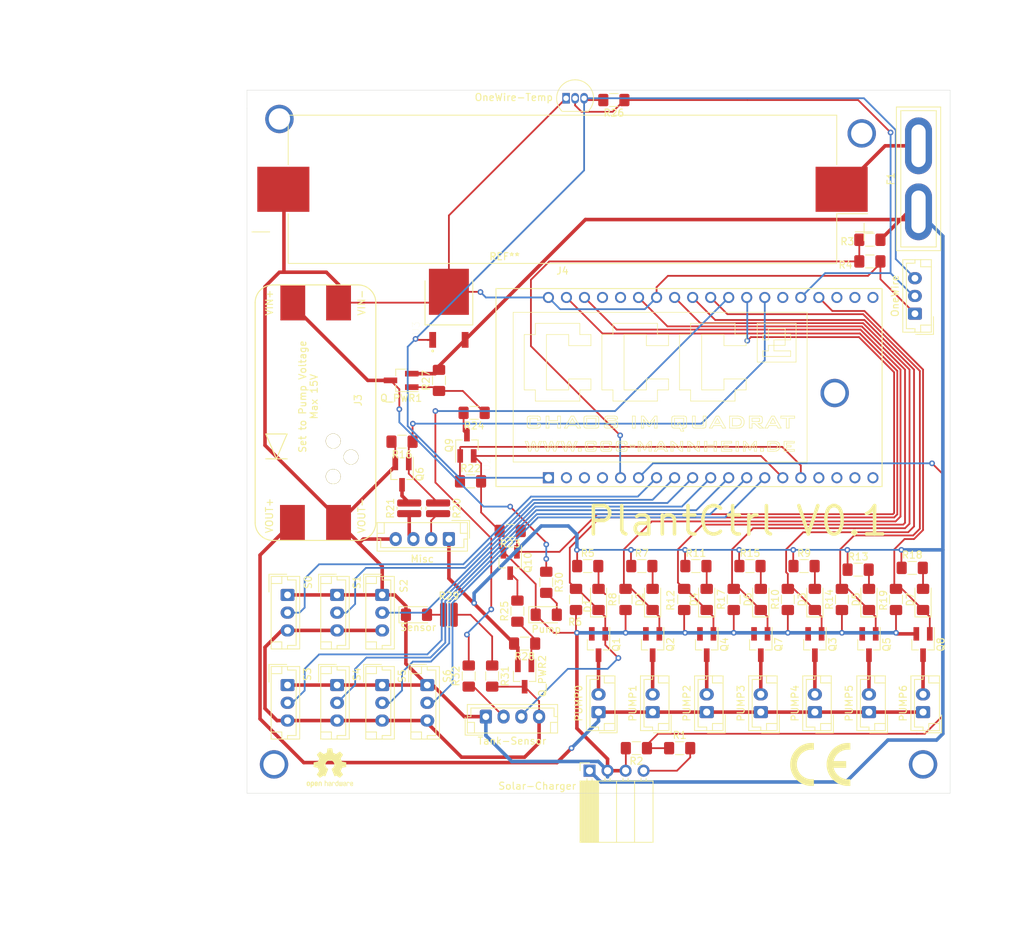
<source format=kicad_pcb>
(kicad_pcb (version 20171130) (host pcbnew 5.1.4+dfsg1-1)
  (layers (0 F.Cu signal) (31 B.Cu signal) (34 B.Paste user) (35 F.Paste user) (36 B.SilkS user) (37 F.SilkS user) (38 B.Mask user) (39 F.Mask user) (44 Edge.Cuts user))
  (net 0 "")
  (net 1 PLANT1_PUMP)
  (net 2 PLANT2_PUMP)
  (net 3 PLANT3_PUMP)
  (net 4 PLANT4_PUMP)
  (net 5 PLANT5_PUMP)
  (net 6 PLANT6_PUMP)
  (net 7 GND)
  (net 8 PLANT6_MOIST)
  (net 9 PLANT5_MOIST)
  (net 10 PLANT4_MOIST)
  (net 11 PLANT3_MOIST)
  (net 12 PLANT2_MOIST)
  (net 13 PLANT1_MOIST)
  (net 14 "Net-(R1-Pad1)")
  (net 15 "Net-(R3-Pad2)")
  (net 16 "Net-(D1-Pad2)")
  (net 17 PLANT_CTRL_PUMP_0)
  (net 18 "Net-(D2-Pad2)")
  (net 19 PLANT_CTRL_PUMP_1)
  (net 20 "Net-(D3-Pad2)")
  (net 21 PLANT_CTRL_PUMP_4)
  (net 22 "Net-(D4-Pad2)")
  (net 23 PLANT_CTRL_PUMP_2)
  (net 24 "Net-(D5-Pad2)")
  (net 25 PLANT_CTRL_PUMP_5)
  (net 26 "Net-(D6-Pad2)")
  (net 27 PLANT_CTRL_PUMP_3)
  (net 28 "Net-(D7-Pad2)")
  (net 29 PLANT_CTRL_PUMP_6)
  (net 30 LIPO+)
  (net 31 SOLAR_IN)
  (net 32 PUMP_PWR)
  (net 33 PWR_PUMP_CONVERTER)
  (net 34 "Net-(F1-Pad2)")
  (net 35 "Net-(J5-Pad3)")
  (net 36 "Net-(J5-Pad2)")
  (net 37 3_3V)
  (net 38 Temp)
  (net 39 PLANT0_PUMP)
  (net 40 "Net-(Q6-Pad3)")
  (net 41 CUSTOM_GPIO)
  (net 42 "Net-(Q9-Pad3)")
  (net 43 PUMP_ENABLE)
  (net 44 "Net-(Q10-Pad3)")
  (net 45 "Net-(Q_PWR1-Pad1)")
  (net 46 PWR_SENSORS)
  (net 47 "Net-(Q_PWR2-Pad1)")
  (net 48 "Net-(R32-Pad2)")
  (net 49 TANK_ECHO)
  (net 50 PLANT0_MOIST)
  (net 51 SENSORS_ENABLE)
  (net 52 "Net-(R29-Pad2)")
  (net 53 "Net-(Pump1-Pad2)")
  (net 54 "Net-(R29-Pad1)")
  (module ESP32:CCC_Mannheim_Logo2_full (layer F.Cu) (at 206.248 69.088)
    (fp_text reference REF** (at 0.2286 -5.0038 180) (layer F.SilkS))
    (fp_text value CCC_Mannheim_Logo2_full)
  )
  (module Symbol:OSHW-Logo2_7.3x6mm_SilkScreen (layer F.Cu) (at 181.864 136.144)
    (fp_text reference REF** hide)
    (fp_text value OSHW-Logo2_7.3x6mm_SilkScreen hide)
  )
  (module Symbol:CE-Logo_8.5x6mm_SilkScreen (layer F.Cu) (at 250.952 135.636)
    (fp_text reference REF** hide)
    (fp_text value CE-Logo_8.5x6mm_SilkScreen hide)
  )
  (module Battery:BatteryHolder_Keystone_1042_1x18650 (layer F.Cu) (at 214.63 54.61 180)
    (fp_text reference J4 (at 0 -11.5) (layer F.SilkS))
    (fp_text value Conn_01x02_Female)
    (pad "" np_thru_hole circle (at -35.93 -8 180) (size 2.39 2.39) (drill 2.39) (layers *.Cu *.Mask))
    (pad "" np_thru_hole circle (at -27.6 8 180) (size 3.45 3.45) (drill 3.45) (layers *.Cu *.Mask))
    (pad "" np_thru_hole circle (at 27.6 -8 180) (size 3.45 3.45) (drill 3.45) (layers *.Cu *.Mask))
    (pad 2 smd rect (at 39.33 0 180) (size 7.34 6.35) (layers F.Cu F.Paste F.Mask) (net 7 GND))
    (pad 1 smd rect (at -39.33 0 180) (size 7.34 6.35) (layers F.Cu F.Paste F.Mask) (net 34 "Net-(F1-Pad2)"))
  )
  (module Resistor_SMD:R_1206_3216Metric_Pad1.42x1.75mm_HandSolder (layer F.Cu) (at 231.14 133.35)
    (fp_text reference R1 (at 0 -1.82) (layer F.SilkS))
    (fp_text value 100k)
    (pad 2 smd roundrect (at 1.4875 0) (size 1.425 1.75) (layers F.Cu F.Paste F.Mask) (roundrect_rratio 0.175439) (net 31 SOLAR_IN))
    (pad 1 smd roundrect (at -1.4875 0) (size 1.425 1.75) (layers F.Cu F.Paste F.Mask) (roundrect_rratio 0.175439) (net 14 "Net-(R1-Pad1)"))
  )
  (module Resistor_SMD:R_1206_3216Metric_Pad1.42x1.75mm_HandSolder (layer F.Cu) (at 197.231 81.534 90)
    (fp_text reference R27 (at 0 -1.82 90) (layer F.SilkS))
    (fp_text value R)
    (pad 2 smd roundrect (at 1.4875 0 90) (size 1.425 1.75) (layers F.Cu F.Paste F.Mask) (roundrect_rratio 0.175439) (net 30 LIPO+))
    (pad 1 smd roundrect (at -1.4875 0 90) (size 1.425 1.75) (layers F.Cu F.Paste F.Mask) (roundrect_rratio 0.175439) (net 45 "Net-(Q_PWR1-Pad1)"))
  )
  (module Resistor_SMD:R_1206_3216Metric_Pad1.42x1.75mm_HandSolder (layer F.Cu) (at 202.184 86.106 180)
    (fp_text reference R24 (at 0 -1.82) (layer F.SilkS))
    (fp_text value R)
    (pad 2 smd roundrect (at 1.4875 0 180) (size 1.425 1.75) (layers F.Cu F.Paste F.Mask) (roundrect_rratio 0.175439) (net 42 "Net-(Q9-Pad3)"))
    (pad 1 smd roundrect (at -1.4875 0 180) (size 1.425 1.75) (layers F.Cu F.Paste F.Mask) (roundrect_rratio 0.175439) (net 45 "Net-(Q_PWR1-Pad1)"))
  )
  (module Resistor_SMD:R_1206_3216Metric_Pad1.42x1.75mm_HandSolder (layer F.Cu) (at 201.676 95.758)
    (fp_text reference R22 (at 0 -1.82) (layer F.SilkS))
    (fp_text value R)
    (pad 2 smd roundrect (at 1.4875 0) (size 1.425 1.75) (layers F.Cu F.Paste F.Mask) (roundrect_rratio 0.175439) (net 7 GND))
    (pad 1 smd roundrect (at -1.4875 0) (size 1.425 1.75) (layers F.Cu F.Paste F.Mask) (roundrect_rratio 0.175439) (net 43 PUMP_ENABLE))
  )
  (module Package_TO_SOT_SMD:SOT-23_Handsoldering (layer F.Cu) (at 191.897 81.534 180)
    (fp_text reference Q_PWR1 (at 0 -2.5) (layer F.SilkS))
    (fp_text value BSS84)
    (pad 3 smd rect (at 1.5 0 180) (size 1.9 0.8) (layers F.Cu F.Paste F.Mask) (net 33 PWR_PUMP_CONVERTER))
    (pad 2 smd rect (at -1.5 0.95 180) (size 1.9 0.8) (layers F.Cu F.Paste F.Mask) (net 30 LIPO+))
    (pad 1 smd rect (at -1.5 -0.95 180) (size 1.9 0.8) (layers F.Cu F.Paste F.Mask) (net 45 "Net-(Q_PWR1-Pad1)"))
  )
  (module Package_TO_SOT_SMD:SOT-23_Handsoldering (layer F.Cu) (at 201.168 90.678 90)
    (fp_text reference Q9 (at 0 -2.5 90) (layer F.SilkS))
    (fp_text value SL2300)
    (pad 3 smd rect (at 1.5 0 90) (size 1.9 0.8) (layers F.Cu F.Paste F.Mask) (net 42 "Net-(Q9-Pad3)"))
    (pad 2 smd rect (at -1.5 0.95 90) (size 1.9 0.8) (layers F.Cu F.Paste F.Mask) (net 7 GND))
    (pad 1 smd rect (at -1.5 -0.95 90) (size 1.9 0.8) (layers F.Cu F.Paste F.Mask) (net 43 PUMP_ENABLE))
  )
  (module LED_SMD:LED_1206_3216Metric_Pad1.42x1.75mm_HandSolder (layer F.Cu) (at 265.43 112.395 90)
    (fp_text reference D7 (at 0 -1.82 90) (layer F.SilkS))
    (fp_text value LED)
    (pad 2 smd roundrect (at 1.4875 0 90) (size 1.425 1.75) (layers F.Cu F.Paste F.Mask) (roundrect_rratio 0.175439) (net 28 "Net-(D7-Pad2)"))
    (pad 1 smd roundrect (at -1.4875 0 90) (size 1.425 1.75) (layers F.Cu F.Paste F.Mask) (roundrect_rratio 0.175439) (net 29 PLANT_CTRL_PUMP_6))
  )
  (module Resistor_SMD:R_1206_3216Metric_Pad1.42x1.75mm_HandSolder (layer F.Cu) (at 204.724 123.19 270)
    (fp_text reference R31 (at 0 -1.82 90) (layer F.SilkS))
    (fp_text value R)
    (pad 2 smd roundrect (at 1.4875 0 270) (size 1.425 1.75) (layers F.Cu F.Paste F.Mask) (roundrect_rratio 0.175439) (net 46 PWR_SENSORS))
    (pad 1 smd roundrect (at -1.4875 0 270) (size 1.425 1.75) (layers F.Cu F.Paste F.Mask) (roundrect_rratio 0.175439) (net 52 "Net-(R29-Pad2)"))
  )
  (module Resistor_SMD:R_1206_3216Metric_Pad1.42x1.75mm_HandSolder (layer F.Cu) (at 212.344 109.982 270)
    (fp_text reference R30 (at 0 -1.82 90) (layer F.SilkS))
    (fp_text value R)
    (pad 2 smd roundrect (at 1.4875 0 270) (size 1.425 1.75) (layers F.Cu F.Paste F.Mask) (roundrect_rratio 0.175439) (net 53 "Net-(Pump1-Pad2)"))
    (pad 1 smd roundrect (at -1.4875 0 270) (size 1.425 1.75) (layers F.Cu F.Paste F.Mask) (roundrect_rratio 0.175439) (net 33 PWR_PUMP_CONVERTER))
  )
  (module Resistor_SMD:R_0612_1632Metric (layer F.Cu) (at 198.628 114.554)
    (fp_text reference R29 (at 0 -2.65) (layer F.SilkS))
    (fp_text value R)
    (pad 2 smd roundrect (at 0.75 0) (size 1 3.4) (layers F.Cu F.Paste F.Mask) (net 52 "Net-(R29-Pad2)"))
    (pad 1 smd roundrect (at -0.75 0) (size 1 3.4) (layers F.Cu F.Paste F.Mask) (net 54 "Net-(R29-Pad1)"))
  )
  (module Resistor_SMD:R_1206_3216Metric_Pad1.42x1.75mm_HandSolder (layer F.Cu) (at 209.296 118.618 180)
    (fp_text reference R28 (at 0 -1.82) (layer F.SilkS))
    (fp_text value R)
    (pad 2 smd roundrect (at 1.4875 0 180) (size 1.425 1.75) (layers F.Cu F.Paste F.Mask) (roundrect_rratio 0.175439) (net 30 LIPO+))
    (pad 1 smd roundrect (at -1.4875 0 180) (size 1.425 1.75) (layers F.Cu F.Paste F.Mask) (roundrect_rratio 0.175439) (net 47 "Net-(Q_PWR2-Pad1)"))
  )
  (module Resistor_SMD:R_1206_3216Metric_Pad1.42x1.75mm_HandSolder (layer F.Cu) (at 208.28 114.046 90)
    (fp_text reference R25 (at 0 -1.82 90) (layer F.SilkS))
    (fp_text value R)
    (pad 2 smd roundrect (at 1.4875 0 90) (size 1.425 1.75) (layers F.Cu F.Paste F.Mask) (roundrect_rratio 0.175439) (net 44 "Net-(Q10-Pad3)"))
    (pad 1 smd roundrect (at -1.4875 0 90) (size 1.425 1.75) (layers F.Cu F.Paste F.Mask) (roundrect_rratio 0.175439) (net 47 "Net-(Q_PWR2-Pad1)"))
  )
  (module Resistor_SMD:R_1206_3216Metric_Pad1.42x1.75mm_HandSolder (layer F.Cu) (at 207.264 102.743 180)
    (fp_text reference R23 (at 0 -1.82) (layer F.SilkS))
    (fp_text value R)
    (pad 2 smd roundrect (at 1.4875 0 180) (size 1.425 1.75) (layers F.Cu F.Paste F.Mask) (roundrect_rratio 0.175439) (net 7 GND))
    (pad 1 smd roundrect (at -1.4875 0 180) (size 1.425 1.75) (layers F.Cu F.Paste F.Mask) (roundrect_rratio 0.175439) (net 51 SENSORS_ENABLE))
  )
  (module Package_TO_SOT_SMD:SOT-23_Handsoldering (layer F.Cu) (at 209.296 123.19 270)
    (fp_text reference Q_PWR2 (at 0 -2.5 90) (layer F.SilkS))
    (fp_text value BSS84)
    (pad 3 smd rect (at 1.5 0 270) (size 1.9 0.8) (layers F.Cu F.Paste F.Mask) (net 46 PWR_SENSORS))
    (pad 2 smd rect (at -1.5 0.95 270) (size 1.9 0.8) (layers F.Cu F.Paste F.Mask) (net 30 LIPO+))
    (pad 1 smd rect (at -1.5 -0.95 270) (size 1.9 0.8) (layers F.Cu F.Paste F.Mask) (net 47 "Net-(Q_PWR2-Pad1)"))
  )
  (module Package_TO_SOT_SMD:SOT-23_Handsoldering (layer F.Cu) (at 207.264 107.188 270)
    (fp_text reference Q10 (at 0 -2.5 90) (layer F.SilkS))
    (fp_text value SL2300)
    (pad 3 smd rect (at 1.5 0 270) (size 1.9 0.8) (layers F.Cu F.Paste F.Mask) (net 44 "Net-(Q10-Pad3)"))
    (pad 2 smd rect (at -1.5 0.95 270) (size 1.9 0.8) (layers F.Cu F.Paste F.Mask) (net 7 GND))
    (pad 1 smd rect (at -1.5 -0.95 270) (size 1.9 0.8) (layers F.Cu F.Paste F.Mask) (net 51 SENSORS_ENABLE))
  )
  (module LED_SMD:LED_1206_3216Metric_Pad1.42x1.75mm_HandSolder (layer F.Cu) (at 194.056 114.554)
    (fp_text reference Sensor (at 0.254 1.778) (layer F.SilkS))
    (fp_text value LED)
    (pad 2 smd roundrect (at 1.4875 0) (size 1.425 1.75) (layers F.Cu F.Paste F.Mask) (roundrect_rratio 0.175439) (net 54 "Net-(R29-Pad1)"))
    (pad 1 smd roundrect (at -1.4875 0) (size 1.425 1.75) (layers F.Cu F.Paste F.Mask) (roundrect_rratio 0.175439) (net 7 GND))
  )
  (module LED_SMD:LED_1206_3216Metric_Pad1.42x1.75mm_HandSolder (layer F.Cu) (at 212.344 114.554)
    (fp_text reference Pump (at 0 2.032) (layer F.SilkS))
    (fp_text value LED)
    (pad 2 smd roundrect (at 1.4875 0) (size 1.425 1.75) (layers F.Cu F.Paste F.Mask) (roundrect_rratio 0.175439) (net 53 "Net-(Pump1-Pad2)"))
    (pad 1 smd roundrect (at -1.4875 0) (size 1.425 1.75) (layers F.Cu F.Paste F.Mask) (roundrect_rratio 0.175439) (net 7 GND))
  )
  (module ESP32:MODULE_ESP32-DEVKITC-32D (layer F.Cu) (at 232.41 82.55 90)
    (fp_text reference U2 (at -10.829175 -28.446045 90) (layer F.SilkS) (effects (font (size 1.000386 1.000386) (thickness 0.015))))
    (fp_text value ESP32-DEVKITC-32D)
    (pad 38 thru_hole circle (at 12.7 25.96 90) (size 1.56 1.56) (drill 1.04) (layers *.Cu *.Mask))
    (pad 37 thru_hole circle (at 12.7 23.42 90) (size 1.56 1.56) (drill 1.04) (layers *.Cu *.Mask))
    (pad 36 thru_hole circle (at 12.7 20.88 90) (size 1.56 1.56) (drill 1.04) (layers *.Cu *.Mask))
    (pad 35 thru_hole circle (at 12.7 18.34 90) (size 1.56 1.56) (drill 1.04) (layers *.Cu *.Mask) (net 29 PLANT_CTRL_PUMP_6))
    (pad 34 thru_hole circle (at 12.7 15.8 90) (size 1.56 1.56) (drill 1.04) (layers *.Cu *.Mask) (net 38 Temp))
    (pad 33 thru_hole circle (at 12.7 13.26 90) (size 1.56 1.56) (drill 1.04) (layers *.Cu *.Mask))
    (pad 32 thru_hole circle (at 12.7 10.72 90) (size 1.56 1.56) (drill 1.04) (layers *.Cu *.Mask) (net 41 CUSTOM_GPIO))
    (pad 31 thru_hole circle (at 12.7 8.18 90) (size 1.56 1.56) (drill 1.04) (layers *.Cu *.Mask) (net 51 SENSORS_ENABLE))
    (pad 30 thru_hole circle (at 12.7 5.64 90) (size 1.56 1.56) (drill 1.04) (layers *.Cu *.Mask) (net 48 "Net-(R32-Pad2)"))
    (pad 29 thru_hole circle (at 12.7 3.1 90) (size 1.56 1.56) (drill 1.04) (layers *.Cu *.Mask) (net 25 PLANT_CTRL_PUMP_5))
    (pad 28 thru_hole circle (at 12.7 0.56 90) (size 1.56 1.56) (drill 1.04) (layers *.Cu *.Mask) (net 21 PLANT_CTRL_PUMP_4))
    (pad 27 thru_hole circle (at 12.7 -1.98 90) (size 1.56 1.56) (drill 1.04) (layers *.Cu *.Mask) (net 27 PLANT_CTRL_PUMP_3))
    (pad 26 thru_hole circle (at 12.7 -4.52 90) (size 1.56 1.56) (drill 1.04) (layers *.Cu *.Mask) (net 7 GND))
    (pad 25 thru_hole circle (at 12.7 -7.06 90) (size 1.56 1.56) (drill 1.04) (layers *.Cu *.Mask) (net 23 PLANT_CTRL_PUMP_2))
    (pad 24 thru_hole circle (at 12.7 -9.6 90) (size 1.56 1.56) (drill 1.04) (layers *.Cu *.Mask))
    (pad 23 thru_hole circle (at 12.7 -12.14 90) (size 1.56 1.56) (drill 1.04) (layers *.Cu *.Mask))
    (pad 22 thru_hole circle (at 12.7 -14.68 90) (size 1.56 1.56) (drill 1.04) (layers *.Cu *.Mask) (net 19 PLANT_CTRL_PUMP_1))
    (pad 21 thru_hole circle (at 12.7 -17.22 90) (size 1.56 1.56) (drill 1.04) (layers *.Cu *.Mask) (net 17 PLANT_CTRL_PUMP_0))
    (pad 20 thru_hole circle (at 12.7 -19.76 90) (size 1.56 1.56) (drill 1.04) (layers *.Cu *.Mask) (net 7 GND))
    (pad 18 thru_hole circle (at -12.7 23.42 90) (size 1.56 1.56) (drill 1.04) (layers *.Cu *.Mask))
    (pad 17 thru_hole circle (at -12.7 20.88 90) (size 1.56 1.56) (drill 1.04) (layers *.Cu *.Mask))
    (pad 16 thru_hole circle (at -12.7 18.34 90) (size 1.56 1.56) (drill 1.04) (layers *.Cu *.Mask))
    (pad 15 thru_hole circle (at -12.7 15.8 90) (size 1.56 1.56) (drill 1.04) (layers *.Cu *.Mask) (net 43 PUMP_ENABLE))
    (pad 14 thru_hole circle (at -12.7 13.26 90) (size 1.56 1.56) (drill 1.04) (layers *.Cu *.Mask) (net 7 GND))
    (pad 13 thru_hole circle (at -12.7 10.72 90) (size 1.56 1.56) (drill 1.04) (layers *.Cu *.Mask) (net 8 PLANT6_MOIST))
    (pad 12 thru_hole circle (at -12.7 8.18 90) (size 1.56 1.56) (drill 1.04) (layers *.Cu *.Mask) (net 9 PLANT5_MOIST))
    (pad 11 thru_hole circle (at -12.7 5.64 90) (size 1.56 1.56) (drill 1.04) (layers *.Cu *.Mask) (net 10 PLANT4_MOIST))
    (pad 10 thru_hole circle (at -12.7 3.1 90) (size 1.56 1.56) (drill 1.04) (layers *.Cu *.Mask) (net 11 PLANT3_MOIST))
    (pad 9 thru_hole circle (at -12.7 0.56 90) (size 1.56 1.56) (drill 1.04) (layers *.Cu *.Mask) (net 12 PLANT2_MOIST))
    (pad 8 thru_hole circle (at -12.7 -1.98 90) (size 1.56 1.56) (drill 1.04) (layers *.Cu *.Mask) (net 13 PLANT1_MOIST))
    (pad 7 thru_hole circle (at -12.7 -4.52 90) (size 1.56 1.56) (drill 1.04) (layers *.Cu *.Mask) (net 50 PLANT0_MOIST))
    (pad 6 thru_hole circle (at -12.7 -7.06 90) (size 1.56 1.56) (drill 1.04) (layers *.Cu *.Mask) (net 14 "Net-(R1-Pad1)"))
    (pad 5 thru_hole circle (at -12.7 -9.6 90) (size 1.56 1.56) (drill 1.04) (layers *.Cu *.Mask) (net 15 "Net-(R3-Pad2)"))
    (pad 4 thru_hole circle (at -12.7 -12.14 90) (size 1.56 1.56) (drill 1.04) (layers *.Cu *.Mask))
    (pad 3 thru_hole circle (at -12.7 -14.68 90) (size 1.56 1.56) (drill 1.04) (layers *.Cu *.Mask))
    (pad 19 thru_hole circle (at -12.7 25.96 90) (size 1.56 1.56) (drill 1.04) (layers *.Cu *.Mask))
    (pad 2 thru_hole circle (at -12.7 -17.22 90) (size 1.56 1.56) (drill 1.04) (layers *.Cu *.Mask))
    (pad 1 thru_hole rect (at -12.7 -19.76 90) (size 1.56 1.56) (drill 1.04) (layers *.Cu *.Mask) (net 37 3_3V))
  )
  (module Resistor_SMD:R_1206_3216Metric_Pad1.42x1.75mm_HandSolder (layer F.Cu) (at 257.937 64.77)
    (fp_text reference R4 (at -3.429 0.508) (layer F.SilkS))
    (fp_text value 47k8)
    (pad 2 smd roundrect (at 1.4875 0) (size 1.425 1.75) (layers F.Cu F.Paste F.Mask) (roundrect_rratio 0.175439) (net 7 GND))
    (pad 1 smd roundrect (at -1.4875 0) (size 1.425 1.75) (layers F.Cu F.Paste F.Mask) (roundrect_rratio 0.175439) (net 15 "Net-(R3-Pad2)"))
  )
  (module Resistor_SMD:R_1206_3216Metric_Pad1.42x1.75mm_HandSolder (layer F.Cu) (at 257.937 61.722 180)
    (fp_text reference R3 (at 3.175 -0.254) (layer F.SilkS))
    (fp_text value 33k)
    (pad 2 smd roundrect (at 1.4875 0 180) (size 1.425 1.75) (layers F.Cu F.Paste F.Mask) (roundrect_rratio 0.175439) (net 15 "Net-(R3-Pad2)"))
    (pad 1 smd roundrect (at -1.4875 0 180) (size 1.425 1.75) (layers F.Cu F.Paste F.Mask) (roundrect_rratio 0.175439) (net 30 LIPO+))
  )
  (module Resistor_SMD:R_1206_3216Metric_Pad1.42x1.75mm_HandSolder (layer F.Cu) (at 225.044 133.35 180)
    (fp_text reference R2 (at 0 -1.82) (layer F.SilkS))
    (fp_text value 33k)
    (pad 2 smd roundrect (at 1.4875 0 180) (size 1.425 1.75) (layers F.Cu F.Paste F.Mask) (roundrect_rratio 0.175439) (net 7 GND))
    (pad 1 smd roundrect (at -1.4875 0 180) (size 1.425 1.75) (layers F.Cu F.Paste F.Mask) (roundrect_rratio 0.175439) (net 14 "Net-(R1-Pad1)"))
  )
  (module Connector_PinSocket_2.54mm:PinSocket_1x04_P2.54mm_Horizontal (layer F.Cu) (at 218.44 136.525 90)
    (fp_text reference Solar-Charger (at -2.159 -7.366 180) (layer F.SilkS))
    (fp_text value Conn_01x04)
    (pad 4 thru_hole oval (at 0 7.62 90) (size 1.7 1.7) (drill 1) (layers *.Cu *.Mask) (net 31 SOLAR_IN))
    (pad 3 thru_hole oval (at 0 5.08 90) (size 1.7 1.7) (drill 1) (layers *.Cu *.Mask) (net 7 GND))
    (pad 2 thru_hole oval (at 0 2.54 90) (size 1.7 1.7) (drill 1) (layers *.Cu *.Mask) (net 7 GND))
    (pad 1 thru_hole rect (at 0 0 90) (size 1.7 1.7) (drill 1) (layers *.Cu *.Mask) (net 30 LIPO+))
  )
  (module Connector_JST:JST_EH_B4B-EH-A_1x04_P2.50mm_Vertical (layer F.Cu) (at 203.835 128.905)
    (fp_text reference Tank-Sensor (at 3.683 3.429) (layer F.SilkS))
    (fp_text value Conn_01x04)
    (pad 4 thru_hole oval (at 7.5 0) (size 1.7 1.95) (drill 0.95) (layers *.Cu *.Mask) (net 46 PWR_SENSORS))
    (pad 3 thru_hole oval (at 5 0) (size 1.7 1.95) (drill 0.95) (layers *.Cu *.Mask) (net 17 PLANT_CTRL_PUMP_0))
    (pad 2 thru_hole oval (at 2.5 0) (size 1.7 1.95) (drill 0.95) (layers *.Cu *.Mask) (net 49 TANK_ECHO))
    (pad 1 thru_hole roundrect (at 0 0) (size 1.7 1.95) (drill 0.95) (layers *.Cu *.Mask) (roundrect_rratio 0.147059) (net 7 GND))
  )
  (module Fuse:Fuse_Blade_ATO_directSolder (layer F.Cu) (at 264.795 57.785 90)
    (fp_text reference F1 (at 4.65 -3.9 90) (layer F.SilkS))
    (fp_text value Fuse)
    (pad 2 thru_hole oval (at 9.3 0 90) (size 8 3.8) (drill oval 6 2) (layers *.Cu *.Mask) (net 34 "Net-(F1-Pad2)"))
    (pad 1 thru_hole oval (at 0 0 90) (size 8 3.8) (drill oval 6 2) (layers *.Cu *.Mask) (net 30 LIPO+))
  )
  (module ESP32:DPAK457P991X255-3N (layer F.Cu) (at 198.628 71.374 90)
    (fp_text reference U3 (at -2.825 -4.635 90) (layer F.SilkS) (effects (font (thickness 0.015))))
    (fp_text value LP38690DT-3.3)
    (pad 4 smd rect (at 2.32 0 90) (size 6.49 5.63) (layers F.Cu F.Mask) (net 7 GND))
    (pad 3 smd rect (at -4.45 2.285 90) (size 2.22 0.96) (layers F.Cu F.Paste F.Mask) (net 30 LIPO+))
    (pad 1 smd rect (at -4.45 -2.285 90) (size 2.22 0.96) (layers F.Cu F.Paste F.Mask) (net 37 3_3V))
  )
  (module Package_TO_SOT_THT:TO-92_Inline (layer F.Cu) (at 215.138 41.783)
    (fp_text reference OneWire-Temp (at -7.366 -0.127) (layer F.SilkS))
    (fp_text value DS18B20)
    (pad 1 thru_hole rect (at 0 0) (size 1.05 1.5) (drill 0.75) (layers *.Cu *.Mask) (net 7 GND))
    (pad 3 thru_hole oval (at 2.54 0) (size 1.05 1.5) (drill 0.75) (layers *.Cu *.Mask) (net 37 3_3V))
    (pad 2 thru_hole oval (at 1.27 0) (size 1.05 1.5) (drill 0.75) (layers *.Cu *.Mask) (net 38 Temp))
  )
  (module Connector_JST:JST_EH_B3B-EH-A_1x03_P2.50mm_Vertical (layer F.Cu) (at 195.58 124.46 270)
    (fp_text reference S6 (at -1.27 -2.794 90) (layer F.SilkS))
    (fp_text value Conn_01x03_Male)
    (pad 3 thru_hole oval (at 5 0 270) (size 1.7 1.95) (drill 0.95) (layers *.Cu *.Mask) (net 46 PWR_SENSORS))
    (pad 2 thru_hole oval (at 2.5 0 270) (size 1.7 1.95) (drill 0.95) (layers *.Cu *.Mask) (net 8 PLANT6_MOIST))
    (pad 1 thru_hole roundrect (at 0 0 270) (size 1.7 1.95) (drill 0.95) (layers *.Cu *.Mask) (roundrect_rratio 0.147059) (net 7 GND))
  )
  (module Connector_JST:JST_EH_B3B-EH-A_1x03_P2.50mm_Vertical (layer F.Cu) (at 189.23 124.46 270)
    (fp_text reference S5 (at -1.27 -2.794 90) (layer F.SilkS))
    (fp_text value Conn_01x03_Male)
    (pad 3 thru_hole oval (at 5 0 270) (size 1.7 1.95) (drill 0.95) (layers *.Cu *.Mask) (net 46 PWR_SENSORS))
    (pad 2 thru_hole oval (at 2.5 0 270) (size 1.7 1.95) (drill 0.95) (layers *.Cu *.Mask) (net 9 PLANT5_MOIST))
    (pad 1 thru_hole roundrect (at 0 0 270) (size 1.7 1.95) (drill 0.95) (layers *.Cu *.Mask) (roundrect_rratio 0.147059) (net 7 GND))
  )
  (module Connector_JST:JST_EH_B3B-EH-A_1x03_P2.50mm_Vertical (layer F.Cu) (at 182.88 124.46 270)
    (fp_text reference S4 (at -1.524 -2.794 90) (layer F.SilkS))
    (fp_text value Conn_01x03_Male)
    (pad 3 thru_hole oval (at 5 0 270) (size 1.7 1.95) (drill 0.95) (layers *.Cu *.Mask) (net 46 PWR_SENSORS))
    (pad 2 thru_hole oval (at 2.5 0 270) (size 1.7 1.95) (drill 0.95) (layers *.Cu *.Mask) (net 10 PLANT4_MOIST))
    (pad 1 thru_hole roundrect (at 0 0 270) (size 1.7 1.95) (drill 0.95) (layers *.Cu *.Mask) (roundrect_rratio 0.147059) (net 7 GND))
  )
  (module Connector_JST:JST_EH_B3B-EH-A_1x03_P2.50mm_Vertical (layer F.Cu) (at 175.895 124.46 270)
    (fp_text reference S3 (at -1.524 -2.8 90) (layer F.SilkS))
    (fp_text value Conn_01x03_Male)
    (pad 3 thru_hole oval (at 5 0 270) (size 1.7 1.95) (drill 0.95) (layers *.Cu *.Mask) (net 46 PWR_SENSORS))
    (pad 2 thru_hole oval (at 2.5 0 270) (size 1.7 1.95) (drill 0.95) (layers *.Cu *.Mask) (net 11 PLANT3_MOIST))
    (pad 1 thru_hole roundrect (at 0 0 270) (size 1.7 1.95) (drill 0.95) (layers *.Cu *.Mask) (roundrect_rratio 0.147059) (net 7 GND))
  )
  (module Connector_JST:JST_EH_B3B-EH-A_1x03_P2.50mm_Vertical (layer F.Cu) (at 189.23 111.76 270)
    (fp_text reference S2 (at -1.27 -3.048 90) (layer F.SilkS))
    (fp_text value Conn_01x03_Male)
    (pad 3 thru_hole oval (at 5 0 270) (size 1.7 1.95) (drill 0.95) (layers *.Cu *.Mask) (net 46 PWR_SENSORS))
    (pad 2 thru_hole oval (at 2.5 0 270) (size 1.7 1.95) (drill 0.95) (layers *.Cu *.Mask) (net 12 PLANT2_MOIST))
    (pad 1 thru_hole roundrect (at 0 0 270) (size 1.7 1.95) (drill 0.95) (layers *.Cu *.Mask) (roundrect_rratio 0.147059) (net 7 GND))
  )
  (module Connector_JST:JST_EH_B3B-EH-A_1x03_P2.50mm_Vertical (layer F.Cu) (at 182.88 111.76 270)
    (fp_text reference S1 (at -1.778 -2.794 90) (layer F.SilkS))
    (fp_text value Conn_01x03_Male)
    (pad 3 thru_hole oval (at 5 0 270) (size 1.7 1.95) (drill 0.95) (layers *.Cu *.Mask) (net 46 PWR_SENSORS))
    (pad 2 thru_hole oval (at 2.5 0 270) (size 1.7 1.95) (drill 0.95) (layers *.Cu *.Mask) (net 13 PLANT1_MOIST))
    (pad 1 thru_hole roundrect (at 0 0 270) (size 1.7 1.95) (drill 0.95) (layers *.Cu *.Mask) (roundrect_rratio 0.147059) (net 7 GND))
  )
  (module Connector_JST:JST_EH_B3B-EH-A_1x03_P2.50mm_Vertical (layer F.Cu) (at 175.895 111.76 270)
    (fp_text reference S0 (at -1.778 -2.921 90) (layer F.SilkS))
    (fp_text value Conn_01x03_Male)
    (pad 3 thru_hole oval (at 5 0 270) (size 1.7 1.95) (drill 0.95) (layers *.Cu *.Mask) (net 46 PWR_SENSORS))
    (pad 2 thru_hole oval (at 2.5 0 270) (size 1.7 1.95) (drill 0.95) (layers *.Cu *.Mask) (net 50 PLANT0_MOIST))
    (pad 1 thru_hole roundrect (at 0 0 270) (size 1.7 1.95) (drill 0.95) (layers *.Cu *.Mask) (roundrect_rratio 0.147059) (net 7 GND))
  )
  (module Resistor_SMD:R_1206_3216Metric_Pad1.42x1.75mm_HandSolder (layer F.Cu) (at 201.422 123.19 90)
    (fp_text reference R32 (at 0 -1.82 90) (layer F.SilkS))
    (fp_text value R)
    (pad 2 smd roundrect (at 1.4875 0 90) (size 1.425 1.75) (layers F.Cu F.Paste F.Mask) (roundrect_rratio 0.175439) (net 48 "Net-(R32-Pad2)"))
    (pad 1 smd roundrect (at -1.4875 0 90) (size 1.425 1.75) (layers F.Cu F.Paste F.Mask) (roundrect_rratio 0.175439) (net 49 TANK_ECHO))
  )
  (module Resistor_SMD:R_1206_3216Metric_Pad1.42x1.75mm_HandSolder (layer F.Cu) (at 221.869 42.037 180)
    (fp_text reference R26 (at 0 -1.82) (layer F.SilkS))
    (fp_text value 4k7)
    (pad 2 smd roundrect (at 1.4875 0 180) (size 1.425 1.75) (layers F.Cu F.Paste F.Mask) (roundrect_rratio 0.175439) (net 37 3_3V))
    (pad 1 smd roundrect (at -1.4875 0 180) (size 1.425 1.75) (layers F.Cu F.Paste F.Mask) (roundrect_rratio 0.175439) (net 38 Temp))
  )
  (module Resistor_SMD:R_0612_1632Metric (layer F.Cu) (at 193.04 99.556 90)
    (fp_text reference R21 (at 0 -2.65 90) (layer F.SilkS))
    (fp_text value R)
    (pad 2 smd roundrect (at 0.75 0 90) (size 1 3.4) (layers F.Cu F.Paste F.Mask) (net 40 "Net-(Q6-Pad3)"))
    (pad 1 smd roundrect (at -0.75 0 90) (size 1 3.4) (layers F.Cu F.Paste F.Mask) (net 35 "Net-(J5-Pad3)"))
  )
  (module Resistor_SMD:R_0612_1632Metric (layer F.Cu) (at 197.104 99.556 270)
    (fp_text reference R20 (at 0 -2.65 90) (layer F.SilkS))
    (fp_text value R)
    (pad 2 smd roundrect (at 0.75 0 270) (size 1 3.4) (layers F.Cu F.Paste F.Mask) (net 36 "Net-(J5-Pad2)"))
    (pad 1 smd roundrect (at -0.75 0 270) (size 1 3.4) (layers F.Cu F.Paste F.Mask) (net 41 CUSTOM_GPIO))
  )
  (module Resistor_SMD:R_1206_3216Metric_Pad1.42x1.75mm_HandSolder (layer F.Cu) (at 261.62 112.395 270)
    (fp_text reference R19 (at 0.127 1.778 90) (layer F.SilkS))
    (fp_text value R)
    (pad 2 smd roundrect (at 1.4875 0 270) (size 1.425 1.75) (layers F.Cu F.Paste F.Mask) (roundrect_rratio 0.175439) (net 7 GND))
    (pad 1 smd roundrect (at -1.4875 0 270) (size 1.425 1.75) (layers F.Cu F.Paste F.Mask) (roundrect_rratio 0.175439) (net 29 PLANT_CTRL_PUMP_6))
  )
  (module Resistor_SMD:R_1206_3216Metric_Pad1.42x1.75mm_HandSolder (layer F.Cu) (at 263.906 107.95)
    (fp_text reference R18 (at 0 -1.82) (layer F.SilkS))
    (fp_text value R)
    (pad 2 smd roundrect (at 1.4875 0) (size 1.425 1.75) (layers F.Cu F.Paste F.Mask) (roundrect_rratio 0.175439) (net 28 "Net-(D7-Pad2)"))
    (pad 1 smd roundrect (at -1.4875 0) (size 1.425 1.75) (layers F.Cu F.Paste F.Mask) (roundrect_rratio 0.175439) (net 30 LIPO+))
  )
  (module Resistor_SMD:R_1206_3216Metric_Pad1.42x1.75mm_HandSolder (layer F.Cu) (at 238.76 112.395 270)
    (fp_text reference R17 (at 0 1.778 90) (layer F.SilkS))
    (fp_text value R)
    (pad 2 smd roundrect (at 1.4875 0 270) (size 1.425 1.75) (layers F.Cu F.Paste F.Mask) (roundrect_rratio 0.175439) (net 7 GND))
    (pad 1 smd roundrect (at -1.4875 0 270) (size 1.425 1.75) (layers F.Cu F.Paste F.Mask) (roundrect_rratio 0.175439) (net 27 PLANT_CTRL_PUMP_3))
  )
  (module Resistor_SMD:R_1206_3216Metric_Pad1.42x1.75mm_HandSolder (layer F.Cu) (at 192.024 90.17 180)
    (fp_text reference R16 (at 0 -1.82) (layer F.SilkS))
    (fp_text value R)
    (pad 2 smd roundrect (at 1.4875 0 180) (size 1.425 1.75) (layers F.Cu F.Paste F.Mask) (roundrect_rratio 0.175439) (net 7 GND))
    (pad 1 smd roundrect (at -1.4875 0 180) (size 1.425 1.75) (layers F.Cu F.Paste F.Mask) (roundrect_rratio 0.175439) (net 41 CUSTOM_GPIO))
  )
  (module Resistor_SMD:R_1206_3216Metric_Pad1.42x1.75mm_HandSolder (layer F.Cu) (at 241.046 107.696)
    (fp_text reference R15 (at 0 -1.82) (layer F.SilkS))
    (fp_text value R)
    (pad 2 smd roundrect (at 1.4875 0) (size 1.425 1.75) (layers F.Cu F.Paste F.Mask) (roundrect_rratio 0.175439) (net 26 "Net-(D6-Pad2)"))
    (pad 1 smd roundrect (at -1.4875 0) (size 1.425 1.75) (layers F.Cu F.Paste F.Mask) (roundrect_rratio 0.175439) (net 30 LIPO+))
  )
  (module Resistor_SMD:R_1206_3216Metric_Pad1.42x1.75mm_HandSolder (layer F.Cu) (at 254 112.395 270)
    (fp_text reference R14 (at 0 1.778 90) (layer F.SilkS))
    (fp_text value R)
    (pad 2 smd roundrect (at 1.4875 0 270) (size 1.425 1.75) (layers F.Cu F.Paste F.Mask) (roundrect_rratio 0.175439) (net 7 GND))
    (pad 1 smd roundrect (at -1.4875 0 270) (size 1.425 1.75) (layers F.Cu F.Paste F.Mask) (roundrect_rratio 0.175439) (net 25 PLANT_CTRL_PUMP_5))
  )
  (module Resistor_SMD:R_1206_3216Metric_Pad1.42x1.75mm_HandSolder (layer F.Cu) (at 256.286 108.204)
    (fp_text reference R13 (at 0 -1.82) (layer F.SilkS))
    (fp_text value R)
    (pad 2 smd roundrect (at 1.4875 0) (size 1.425 1.75) (layers F.Cu F.Paste F.Mask) (roundrect_rratio 0.175439) (net 24 "Net-(D5-Pad2)"))
    (pad 1 smd roundrect (at -1.4875 0) (size 1.425 1.75) (layers F.Cu F.Paste F.Mask) (roundrect_rratio 0.175439) (net 30 LIPO+))
  )
  (module Resistor_SMD:R_1206_3216Metric_Pad1.42x1.75mm_HandSolder (layer F.Cu) (at 231.775 112.395 270)
    (fp_text reference R12 (at 0.127 1.905 90) (layer F.SilkS))
    (fp_text value R)
    (pad 2 smd roundrect (at 1.4875 0 270) (size 1.425 1.75) (layers F.Cu F.Paste F.Mask) (roundrect_rratio 0.175439) (net 7 GND))
    (pad 1 smd roundrect (at -1.4875 0 270) (size 1.425 1.75) (layers F.Cu F.Paste F.Mask) (roundrect_rratio 0.175439) (net 23 PLANT_CTRL_PUMP_2))
  )
  (module Resistor_SMD:R_1206_3216Metric_Pad1.42x1.75mm_HandSolder (layer F.Cu) (at 233.426 107.696)
    (fp_text reference R11 (at 0 -1.82) (layer F.SilkS))
    (fp_text value R)
    (pad 2 smd roundrect (at 1.4875 0) (size 1.425 1.75) (layers F.Cu F.Paste F.Mask) (roundrect_rratio 0.175439) (net 22 "Net-(D4-Pad2)"))
    (pad 1 smd roundrect (at -1.4875 0) (size 1.425 1.75) (layers F.Cu F.Paste F.Mask) (roundrect_rratio 0.175439) (net 30 LIPO+))
  )
  (module Resistor_SMD:R_1206_3216Metric_Pad1.42x1.75mm_HandSolder (layer F.Cu) (at 246.38 112.395 270)
    (fp_text reference R10 (at 0 1.778 90) (layer F.SilkS))
    (fp_text value R)
    (pad 2 smd roundrect (at 1.4875 0 270) (size 1.425 1.75) (layers F.Cu F.Paste F.Mask) (roundrect_rratio 0.175439) (net 7 GND))
    (pad 1 smd roundrect (at -1.4875 0 270) (size 1.425 1.75) (layers F.Cu F.Paste F.Mask) (roundrect_rratio 0.175439) (net 21 PLANT_CTRL_PUMP_4))
  )
  (module Resistor_SMD:R_1206_3216Metric_Pad1.42x1.75mm_HandSolder (layer F.Cu) (at 248.666 107.696)
    (fp_text reference R9 (at 0 -1.82) (layer F.SilkS))
    (fp_text value R)
    (pad 2 smd roundrect (at 1.4875 0) (size 1.425 1.75) (layers F.Cu F.Paste F.Mask) (roundrect_rratio 0.175439) (net 20 "Net-(D3-Pad2)"))
    (pad 1 smd roundrect (at -1.4875 0) (size 1.425 1.75) (layers F.Cu F.Paste F.Mask) (roundrect_rratio 0.175439) (net 30 LIPO+))
  )
  (module Resistor_SMD:R_1206_3216Metric_Pad1.42x1.75mm_HandSolder (layer F.Cu) (at 223.52 112.395 90)
    (fp_text reference R8 (at 0 -1.82 90) (layer F.SilkS))
    (fp_text value R)
    (pad 2 smd roundrect (at 1.4875 0 90) (size 1.425 1.75) (layers F.Cu F.Paste F.Mask) (roundrect_rratio 0.175439) (net 19 PLANT_CTRL_PUMP_1))
    (pad 1 smd roundrect (at -1.4875 0 90) (size 1.425 1.75) (layers F.Cu F.Paste F.Mask) (roundrect_rratio 0.175439) (net 7 GND))
  )
  (module Resistor_SMD:R_1206_3216Metric_Pad1.42x1.75mm_HandSolder (layer F.Cu) (at 225.806 107.696)
    (fp_text reference R7 (at 0 -1.82) (layer F.SilkS))
    (fp_text value R)
    (pad 2 smd roundrect (at 1.4875 0) (size 1.425 1.75) (layers F.Cu F.Paste F.Mask) (roundrect_rratio 0.175439) (net 18 "Net-(D2-Pad2)"))
    (pad 1 smd roundrect (at -1.4875 0) (size 1.425 1.75) (layers F.Cu F.Paste F.Mask) (roundrect_rratio 0.175439) (net 30 LIPO+))
  )
  (module Resistor_SMD:R_1206_3216Metric_Pad1.42x1.75mm_HandSolder (layer F.Cu) (at 216.535 112.395 270)
    (fp_text reference R6 (at 3.175 0.127 180) (layer F.SilkS))
    (fp_text value R)
    (pad 2 smd roundrect (at 1.4875 0 270) (size 1.425 1.75) (layers F.Cu F.Paste F.Mask) (roundrect_rratio 0.175439) (net 7 GND))
    (pad 1 smd roundrect (at -1.4875 0 270) (size 1.425 1.75) (layers F.Cu F.Paste F.Mask) (roundrect_rratio 0.175439) (net 17 PLANT_CTRL_PUMP_0))
  )
  (module Resistor_SMD:R_1206_3216Metric_Pad1.42x1.75mm_HandSolder (layer F.Cu) (at 218.186 107.696)
    (fp_text reference R5 (at 0 -1.82) (layer F.SilkS))
    (fp_text value R)
    (pad 2 smd roundrect (at 1.4875 0) (size 1.425 1.75) (layers F.Cu F.Paste F.Mask) (roundrect_rratio 0.175439) (net 16 "Net-(D1-Pad2)"))
    (pad 1 smd roundrect (at -1.4875 0) (size 1.425 1.75) (layers F.Cu F.Paste F.Mask) (roundrect_rratio 0.175439) (net 30 LIPO+))
  )
  (module Package_TO_SOT_SMD:SOT-23_Handsoldering (layer F.Cu) (at 265.43 118.745 270)
    (fp_text reference Q8 (at 0 -2.5 90) (layer F.SilkS))
    (fp_text value SL2300)
    (pad 3 smd rect (at 1.5 0 270) (size 1.9 0.8) (layers F.Cu F.Paste F.Mask) (net 6 PLANT6_PUMP))
    (pad 2 smd rect (at -1.5 0.95 270) (size 1.9 0.8) (layers F.Cu F.Paste F.Mask) (net 7 GND))
    (pad 1 smd rect (at -1.5 -0.95 270) (size 1.9 0.8) (layers F.Cu F.Paste F.Mask) (net 29 PLANT_CTRL_PUMP_6))
  )
  (module Package_TO_SOT_SMD:SOT-23_Handsoldering (layer F.Cu) (at 242.57 118.745 270)
    (fp_text reference Q7 (at 0 -2.5 90) (layer F.SilkS))
    (fp_text value SL2300)
    (pad 3 smd rect (at 1.5 0 270) (size 1.9 0.8) (layers F.Cu F.Paste F.Mask) (net 3 PLANT3_PUMP))
    (pad 2 smd rect (at -1.5 0.95 270) (size 1.9 0.8) (layers F.Cu F.Paste F.Mask) (net 7 GND))
    (pad 1 smd rect (at -1.5 -0.95 270) (size 1.9 0.8) (layers F.Cu F.Paste F.Mask) (net 27 PLANT_CTRL_PUMP_3))
  )
  (module Package_TO_SOT_SMD:SOT-23_Handsoldering (layer F.Cu) (at 192.024 94.742 270)
    (fp_text reference Q6 (at 0 -2.5 90) (layer F.SilkS))
    (fp_text value SL2300)
    (pad 3 smd rect (at 1.5 0 270) (size 1.9 0.8) (layers F.Cu F.Paste F.Mask) (net 40 "Net-(Q6-Pad3)"))
    (pad 2 smd rect (at -1.5 0.95 270) (size 1.9 0.8) (layers F.Cu F.Paste F.Mask) (net 7 GND))
    (pad 1 smd rect (at -1.5 -0.95 270) (size 1.9 0.8) (layers F.Cu F.Paste F.Mask) (net 41 CUSTOM_GPIO))
  )
  (module Package_TO_SOT_SMD:SOT-23_Handsoldering (layer F.Cu) (at 257.81 118.745 270)
    (fp_text reference Q5 (at 0 -2.5 90) (layer F.SilkS))
    (fp_text value SL2300)
    (pad 3 smd rect (at 1.5 0 270) (size 1.9 0.8) (layers F.Cu F.Paste F.Mask) (net 5 PLANT5_PUMP))
    (pad 2 smd rect (at -1.5 0.95 270) (size 1.9 0.8) (layers F.Cu F.Paste F.Mask) (net 7 GND))
    (pad 1 smd rect (at -1.5 -0.95 270) (size 1.9 0.8) (layers F.Cu F.Paste F.Mask) (net 25 PLANT_CTRL_PUMP_5))
  )
  (module Package_TO_SOT_SMD:SOT-23_Handsoldering (layer F.Cu) (at 234.95 118.745 270)
    (fp_text reference Q4 (at 0 -2.5 90) (layer F.SilkS))
    (fp_text value SL2300)
    (pad 3 smd rect (at 1.5 0 270) (size 1.9 0.8) (layers F.Cu F.Paste F.Mask) (net 2 PLANT2_PUMP))
    (pad 2 smd rect (at -1.5 0.95 270) (size 1.9 0.8) (layers F.Cu F.Paste F.Mask) (net 7 GND))
    (pad 1 smd rect (at -1.5 -0.95 270) (size 1.9 0.8) (layers F.Cu F.Paste F.Mask) (net 23 PLANT_CTRL_PUMP_2))
  )
  (module Package_TO_SOT_SMD:SOT-23_Handsoldering (layer F.Cu) (at 250.19 118.745 270)
    (fp_text reference Q3 (at 0 -2.5 90) (layer F.SilkS))
    (fp_text value SL2300)
    (pad 3 smd rect (at 1.5 0 270) (size 1.9 0.8) (layers F.Cu F.Paste F.Mask) (net 4 PLANT4_PUMP))
    (pad 2 smd rect (at -1.5 0.95 270) (size 1.9 0.8) (layers F.Cu F.Paste F.Mask) (net 7 GND))
    (pad 1 smd rect (at -1.5 -0.95 270) (size 1.9 0.8) (layers F.Cu F.Paste F.Mask) (net 21 PLANT_CTRL_PUMP_4))
  )
  (module Package_TO_SOT_SMD:SOT-23_Handsoldering (layer F.Cu) (at 227.33 118.745 270)
    (fp_text reference Q2 (at 0 -2.5 90) (layer F.SilkS))
    (fp_text value SL2300)
    (pad 3 smd rect (at 1.5 0 270) (size 1.9 0.8) (layers F.Cu F.Paste F.Mask) (net 1 PLANT1_PUMP))
    (pad 2 smd rect (at -1.5 0.95 270) (size 1.9 0.8) (layers F.Cu F.Paste F.Mask) (net 7 GND))
    (pad 1 smd rect (at -1.5 -0.95 270) (size 1.9 0.8) (layers F.Cu F.Paste F.Mask) (net 19 PLANT_CTRL_PUMP_1))
  )
  (module Package_TO_SOT_SMD:SOT-23_Handsoldering (layer F.Cu) (at 219.71 118.745 270)
    (fp_text reference Q1 (at 0 -2.5 90) (layer F.SilkS))
    (fp_text value SL2300)
    (pad 3 smd rect (at 1.5 0 270) (size 1.9 0.8) (layers F.Cu F.Paste F.Mask) (net 39 PLANT0_PUMP))
    (pad 2 smd rect (at -1.5 0.95 270) (size 1.9 0.8) (layers F.Cu F.Paste F.Mask) (net 7 GND))
    (pad 1 smd rect (at -1.5 -0.95 270) (size 1.9 0.8) (layers F.Cu F.Paste F.Mask) (net 17 PLANT_CTRL_PUMP_0))
  )
  (module Connector_JST:JST_EH_B2B-EH-A_1x02_P2.50mm_Vertical (layer F.Cu) (at 265.43 128.27 90)
    (fp_text reference PUMP6 (at 1.25 -2.8 90) (layer F.SilkS))
    (fp_text value Conn_01x02_Female)
    (pad 2 thru_hole oval (at 2.5 0 90) (size 1.7 2) (drill 1) (layers *.Cu *.Mask) (net 6 PLANT6_PUMP))
    (pad 1 thru_hole roundrect (at 0 0 90) (size 1.7 2) (drill 1) (layers *.Cu *.Mask) (roundrect_rratio 0.147059) (net 32 PUMP_PWR))
  )
  (module Connector_JST:JST_EH_B2B-EH-A_1x02_P2.50mm_Vertical (layer F.Cu) (at 257.81 128.27 90)
    (fp_text reference PUMP5 (at 1.25 -2.8 90) (layer F.SilkS))
    (fp_text value Conn_01x02_Female)
    (pad 2 thru_hole oval (at 2.5 0 90) (size 1.7 2) (drill 1) (layers *.Cu *.Mask) (net 5 PLANT5_PUMP))
    (pad 1 thru_hole roundrect (at 0 0 90) (size 1.7 2) (drill 1) (layers *.Cu *.Mask) (roundrect_rratio 0.147059) (net 32 PUMP_PWR))
  )
  (module Connector_JST:JST_EH_B2B-EH-A_1x02_P2.50mm_Vertical (layer F.Cu) (at 250.19 128.27 90)
    (fp_text reference PUMP4 (at 1.25 -2.8 90) (layer F.SilkS))
    (fp_text value Conn_01x02_Female)
    (pad 2 thru_hole oval (at 2.5 0 90) (size 1.7 2) (drill 1) (layers *.Cu *.Mask) (net 4 PLANT4_PUMP))
    (pad 1 thru_hole roundrect (at 0 0 90) (size 1.7 2) (drill 1) (layers *.Cu *.Mask) (roundrect_rratio 0.147059) (net 32 PUMP_PWR))
  )
  (module Connector_JST:JST_EH_B2B-EH-A_1x02_P2.50mm_Vertical (layer F.Cu) (at 242.57 128.27 90)
    (fp_text reference PUMP3 (at 1.25 -2.8 90) (layer F.SilkS))
    (fp_text value Conn_01x02_Female)
    (pad 2 thru_hole oval (at 2.5 0 90) (size 1.7 2) (drill 1) (layers *.Cu *.Mask) (net 3 PLANT3_PUMP))
    (pad 1 thru_hole roundrect (at 0 0 90) (size 1.7 2) (drill 1) (layers *.Cu *.Mask) (roundrect_rratio 0.147059) (net 32 PUMP_PWR))
  )
  (module Connector_JST:JST_EH_B2B-EH-A_1x02_P2.50mm_Vertical (layer F.Cu) (at 234.95 128.27 90)
    (fp_text reference PUMP2 (at 1.25 -2.8 90) (layer F.SilkS))
    (fp_text value Conn_01x02_Female)
    (pad 2 thru_hole oval (at 2.5 0 90) (size 1.7 2) (drill 1) (layers *.Cu *.Mask) (net 2 PLANT2_PUMP))
    (pad 1 thru_hole roundrect (at 0 0 90) (size 1.7 2) (drill 1) (layers *.Cu *.Mask) (roundrect_rratio 0.147059) (net 32 PUMP_PWR))
  )
  (module Connector_JST:JST_EH_B2B-EH-A_1x02_P2.50mm_Vertical (layer F.Cu) (at 227.33 128.27 90)
    (fp_text reference PUMP1 (at 1.25 -2.8 90) (layer F.SilkS))
    (fp_text value Conn_01x02_Female)
    (pad 2 thru_hole oval (at 2.5 0 90) (size 1.7 2) (drill 1) (layers *.Cu *.Mask) (net 1 PLANT1_PUMP))
    (pad 1 thru_hole roundrect (at 0 0 90) (size 1.7 2) (drill 1) (layers *.Cu *.Mask) (roundrect_rratio 0.147059) (net 32 PUMP_PWR))
  )
  (module Connector_JST:JST_EH_B2B-EH-A_1x02_P2.50mm_Vertical (layer F.Cu) (at 219.71 128.27 90)
    (fp_text reference PUMP0 (at 1.25 -2.8 90) (layer F.SilkS))
    (fp_text value Conn_01x02_Female)
    (pad 2 thru_hole oval (at 2.5 0 90) (size 1.7 2) (drill 1) (layers *.Cu *.Mask) (net 39 PLANT0_PUMP))
    (pad 1 thru_hole roundrect (at 0 0 90) (size 1.7 2) (drill 1) (layers *.Cu *.Mask) (roundrect_rratio 0.147059) (net 32 PUMP_PWR))
  )
  (module Connector_JST:JST_EH_B3B-EH-A_1x03_P2.50mm_Vertical (layer F.Cu) (at 264.287 72.136 90)
    (fp_text reference OneWire (at 2.5 -2.8 90) (layer F.SilkS))
    (fp_text value Conn_01x03)
    (pad 3 thru_hole oval (at 5 0 90) (size 1.7 1.95) (drill 0.95) (layers *.Cu *.Mask) (net 37 3_3V))
    (pad 2 thru_hole oval (at 2.5 0 90) (size 1.7 1.95) (drill 0.95) (layers *.Cu *.Mask) (net 38 Temp))
    (pad 1 thru_hole roundrect (at 0 0 90) (size 1.7 1.95) (drill 0.95) (layers *.Cu *.Mask) (roundrect_rratio 0.147059) (net 7 GND))
  )
  (module Connector_JST:JST_EH_B4B-EH-A_1x04_P2.50mm_Vertical (layer F.Cu) (at 198.628 103.886 180)
    (fp_text reference Misc (at 3.75 -2.8) (layer F.SilkS))
    (fp_text value Conn_01x04)
    (pad 4 thru_hole oval (at 7.5 0 180) (size 1.7 1.95) (drill 0.95) (layers *.Cu *.Mask) (net 7 GND))
    (pad 3 thru_hole oval (at 5 0 180) (size 1.7 1.95) (drill 0.95) (layers *.Cu *.Mask) (net 35 "Net-(J5-Pad3)"))
    (pad 2 thru_hole oval (at 2.5 0 180) (size 1.7 1.95) (drill 0.95) (layers *.Cu *.Mask) (net 36 "Net-(J5-Pad2)"))
    (pad 1 thru_hole roundrect (at 0 0 180) (size 1.7 1.95) (drill 0.95) (layers *.Cu *.Mask) (roundrect_rratio 0.147059) (net 30 LIPO+))
  )
  (module misc_footprints:MT3608_module_SMT (layer F.Cu) (at 179.832 84.582 90)
    (fp_text reference J3 (at 0.25 6 270) (layer F.SilkS))
    (fp_text value Conn_01x04)
    (fp_text user VOUT+ (at -16 -6.5 90) (layer F.SilkS))
    (fp_text user VIN- (at 14 6.5 90) (layer F.SilkS))
    (fp_text user VIN+ (at 14 -6.5 90) (layer F.SilkS))
    (fp_text user VOUT- (at -16 6.5 90) (layer F.SilkS))
    (pad 4 smd rect (at -17 -3.25 270) (size 5 3.5) (layers F.Cu F.Paste F.Mask) (net 32 PUMP_PWR))
    (pad 3 smd rect (at -17 3.25 270) (size 5 3.5) (layers F.Cu F.Paste F.Mask) (net 7 GND))
    (pad 2 smd rect (at 14 3.25 270) (size 5 3.5) (layers F.Cu F.Paste F.Mask) (net 7 GND))
    (pad 1 smd rect (at 14 -3.2 270) (size 5 3.5) (layers F.Cu F.Paste F.Mask) (net 33 PWR_PUMP_CONVERTER))
    (pad "" thru_hole circle (at -10.5 2.5 90) (size 2.1 2.1) (drill 2) (layers *.Cu *.Mask F.SilkS))
    (pad "" thru_hole circle (at -5.5 2.5 90) (size 2.1 2.1) (drill 2) (layers *.Cu *.Mask F.SilkS))
    (pad "" thru_hole circle (at -7.75 5 90) (size 2.1 2.1) (drill 2) (layers *.Cu *.Mask F.SilkS))
  )
  (module LED_SMD:LED_1206_3216Metric_Pad1.42x1.75mm_HandSolder (layer F.Cu) (at 242.57 112.395 90)
    (fp_text reference D6 (at 0 -1.82 90) (layer F.SilkS))
    (fp_text value LED)
    (pad 2 smd roundrect (at 1.4875 0 90) (size 1.425 1.75) (layers F.Cu F.Paste F.Mask) (roundrect_rratio 0.175439) (net 26 "Net-(D6-Pad2)"))
    (pad 1 smd roundrect (at -1.4875 0 90) (size 1.425 1.75) (layers F.Cu F.Paste F.Mask) (roundrect_rratio 0.175439) (net 27 PLANT_CTRL_PUMP_3))
  )
  (module LED_SMD:LED_1206_3216Metric_Pad1.42x1.75mm_HandSolder (layer F.Cu) (at 257.81 112.395 90)
    (fp_text reference D5 (at 0 -1.82 90) (layer F.SilkS))
    (fp_text value LED)
    (pad 2 smd roundrect (at 1.4875 0 90) (size 1.425 1.75) (layers F.Cu F.Paste F.Mask) (roundrect_rratio 0.175439) (net 24 "Net-(D5-Pad2)"))
    (pad 1 smd roundrect (at -1.4875 0 90) (size 1.425 1.75) (layers F.Cu F.Paste F.Mask) (roundrect_rratio 0.175439) (net 25 PLANT_CTRL_PUMP_5))
  )
  (module LED_SMD:LED_1206_3216Metric_Pad1.42x1.75mm_HandSolder (layer F.Cu) (at 234.95 112.395 90)
    (fp_text reference D4 (at 0 -1.82 90) (layer F.SilkS))
    (fp_text value LED)
    (pad 2 smd roundrect (at 1.4875 0 90) (size 1.425 1.75) (layers F.Cu F.Paste F.Mask) (roundrect_rratio 0.175439) (net 22 "Net-(D4-Pad2)"))
    (pad 1 smd roundrect (at -1.4875 0 90) (size 1.425 1.75) (layers F.Cu F.Paste F.Mask) (roundrect_rratio 0.175439) (net 23 PLANT_CTRL_PUMP_2))
  )
  (module LED_SMD:LED_1206_3216Metric_Pad1.42x1.75mm_HandSolder (layer F.Cu) (at 250.19 112.395 90)
    (fp_text reference D3 (at 0 -1.82 90) (layer F.SilkS))
    (fp_text value LED)
    (pad 2 smd roundrect (at 1.4875 0 90) (size 1.425 1.75) (layers F.Cu F.Paste F.Mask) (roundrect_rratio 0.175439) (net 20 "Net-(D3-Pad2)"))
    (pad 1 smd roundrect (at -1.4875 0 90) (size 1.425 1.75) (layers F.Cu F.Paste F.Mask) (roundrect_rratio 0.175439) (net 21 PLANT_CTRL_PUMP_4))
  )
  (module LED_SMD:LED_1206_3216Metric_Pad1.42x1.75mm_HandSolder (layer F.Cu) (at 227.33 112.395 90)
    (fp_text reference D2 (at 0 -1.82 90) (layer F.SilkS))
    (fp_text value LED)
    (pad 2 smd roundrect (at 1.4875 0 90) (size 1.425 1.75) (layers F.Cu F.Paste F.Mask) (roundrect_rratio 0.175439) (net 18 "Net-(D2-Pad2)"))
    (pad 1 smd roundrect (at -1.4875 0 90) (size 1.425 1.75) (layers F.Cu F.Paste F.Mask) (roundrect_rratio 0.175439) (net 19 PLANT_CTRL_PUMP_1))
  )
  (module LED_SMD:LED_1206_3216Metric_Pad1.42x1.75mm_HandSolder (layer F.Cu) (at 219.71 112.395 90)
    (fp_text reference D1 (at -0.889 -1.524 90) (layer F.SilkS))
    (fp_text value LED)
    (pad 2 smd roundrect (at 1.4875 0 90) (size 1.425 1.75) (layers F.Cu F.Paste F.Mask) (roundrect_rratio 0.175439) (net 16 "Net-(D1-Pad2)"))
    (pad 1 smd roundrect (at -1.4875 0 90) (size 1.425 1.75) (layers F.Cu F.Paste F.Mask) (roundrect_rratio 0.175439) (net 17 PLANT_CTRL_PUMP_0))
  )
  (gr_text "PlantCtrl V0.1" (at 239.268 101.346) (layer F.SilkS) (effects (font (size 4 4) (thickness 0.5))))
  (gr_text "Set to Pump Voltage\nMax 15V" (at 178.816 83.82 90) (layer F.SilkS) (effects (font (size 1 1))))
  (gr_line (start 170.18 40.64) (end 269.24 40.64) (layer Edge.Cuts) (width 0.05))
  (gr_line (start 170.18 43.18) (end 170.18 40.64) (layer Edge.Cuts) (width 0.05))
  (gr_line (start 170.18 139.7) (end 170.18 43.18) (layer Edge.Cuts) (width 0.05))
  (gr_line (start 269.24 139.7) (end 269.24 40.64) (layer Edge.Cuts) (width 0.05))
  (gr_line (start 170.18 139.7) (end 269.24 139.7) (layer Edge.Cuts) (width 0.05))
  (via (at 173.99 135.636) (size 4) (drill 3) (layers F.Cu B.Cu) (net 0))
  (via (at 265.43 135.636) (size 4) (drill 3) (layers F.Cu B.Cu) (net 0))
  (via (at 174.752 44.704) (size 4) (drill 3) (layers F.Cu B.Cu) (net 0))
  (via (at 256.794 46.736) (size 4) (drill 3) (layers F.Cu B.Cu) (net 0))
  (via (at 252.984 83.312) (size 4) (drill 3) (layers F.Cu B.Cu) (net 0))
  (segment (start 227.33 125.77) (end 227.33 120.245) (width 0.5) (layer F.Cu) (net 1))
  (segment (start 234.95 125.77) (end 234.95 120.245) (width 0.5) (layer F.Cu) (net 2))
  (segment (start 242.57 125.77) (end 242.57 120.245) (width 0.5) (layer F.Cu) (net 3))
  (segment (start 250.19 125.77) (end 250.19 120.245) (width 0.5) (layer F.Cu) (net 4))
  (segment (start 257.81 125.77) (end 257.81 120.245) (width 0.5) (layer F.Cu) (net 5))
  (segment (start 265.43 125.77) (end 265.43 120.245) (width 0.5) (layer F.Cu) (net 6))
  (segment (start 223.52 113.8825) (end 223.52 114.385) (width 0.5) (layer F.Cu) (net 7))
  (segment (start 238.76 113.8825) (end 238.76 114.385) (width 0.5) (layer F.Cu) (net 7))
  (segment (start 254 113.8825) (end 254 114.385) (width 0.5) (layer F.Cu) (net 7))
  (segment (start 246.38 113.8825) (end 246.38 114.385) (width 0.5) (layer F.Cu) (net 7))
  (segment (start 261.62 113.8825) (end 261.62 114.385) (width 0.5) (layer F.Cu) (net 7))
  (segment (start 264.48 117.245) (end 261.771 117.245) (width 0.5) (layer F.Cu) (net 7))
  (via (at 261.62 117.094) (size 0.8) (drill 0.4) (layers F.Cu B.Cu) (net 7))
  (segment (start 261.771 117.245) (end 261.62 117.094) (width 0.5) (layer F.Cu) (net 7))
  (via (at 254 117.094) (size 0.8) (drill 0.4) (layers F.Cu B.Cu) (net 7))
  (segment (start 261.62 117.094) (end 254 117.094) (width 0.5) (layer B.Cu) (net 7))
  (segment (start 256.709 117.094) (end 256.86 117.245) (width 0.5) (layer F.Cu) (net 7))
  (segment (start 254 117.094) (end 256.709 117.094) (width 0.5) (layer F.Cu) (net 7))
  (via (at 246.38 117.094) (size 0.8) (drill 0.4) (layers F.Cu B.Cu) (net 7))
  (segment (start 254 117.094) (end 246.38 117.094) (width 0.5) (layer B.Cu) (net 7))
  (segment (start 249.089 117.094) (end 249.24 117.245) (width 0.5) (layer F.Cu) (net 7))
  (segment (start 246.38 117.094) (end 249.089 117.094) (width 0.5) (layer F.Cu) (net 7))
  (via (at 238.76 117.094) (size 0.8) (drill 0.4) (layers F.Cu B.Cu) (net 7))
  (segment (start 246.38 117.094) (end 238.76 117.094) (width 0.5) (layer B.Cu) (net 7))
  (segment (start 241.469 117.094) (end 241.62 117.245) (width 0.5) (layer F.Cu) (net 7))
  (segment (start 238.76 117.094) (end 241.469 117.094) (width 0.5) (layer F.Cu) (net 7))
  (via (at 231.902 117.094) (size 0.8) (drill 0.4) (layers F.Cu B.Cu) (net 7))
  (segment (start 238.76 117.094) (end 231.902 117.094) (width 0.5) (layer B.Cu) (net 7))
  (segment (start 233.849 117.094) (end 234 117.245) (width 0.5) (layer F.Cu) (net 7))
  (segment (start 231.902 117.094) (end 233.849 117.094) (width 0.5) (layer F.Cu) (net 7))
  (segment (start 231.902 117.094) (end 223.52 117.094) (width 0.5) (layer B.Cu) (net 7))
  (via (at 223.52 117.094) (size 0.8) (drill 0.4) (layers F.Cu B.Cu) (net 7))
  (segment (start 226.229 117.094) (end 226.38 117.245) (width 0.5) (layer F.Cu) (net 7))
  (segment (start 223.52 117.094) (end 226.229 117.094) (width 0.5) (layer F.Cu) (net 7))
  (via (at 216.662 117.094) (size 0.8) (drill 0.4) (layers F.Cu B.Cu) (net 7))
  (segment (start 223.52 117.094) (end 216.662 117.094) (width 0.5) (layer B.Cu) (net 7))
  (segment (start 218.609 117.094) (end 218.76 117.245) (width 0.5) (layer F.Cu) (net 7))
  (segment (start 216.662 117.094) (end 218.609 117.094) (width 0.5) (layer F.Cu) (net 7))
  (segment (start 216.535 116.967) (end 216.662 117.094) (width 0.25) (layer F.Cu) (net 7))
  (segment (start 216.535 113.8825) (end 216.535 116.967) (width 0.25) (layer F.Cu) (net 7))
  (segment (start 223.52 113.8825) (end 223.52 117.094) (width 0.25) (layer F.Cu) (net 7))
  (segment (start 231.775 116.967) (end 231.902 117.094) (width 0.25) (layer F.Cu) (net 7))
  (segment (start 231.775 113.8825) (end 231.775 116.967) (width 0.25) (layer F.Cu) (net 7))
  (segment (start 238.76 113.8825) (end 238.76 117.094) (width 0.25) (layer F.Cu) (net 7))
  (segment (start 246.38 113.8825) (end 246.38 117.094) (width 0.25) (layer F.Cu) (net 7))
  (segment (start 254 113.8825) (end 254 117.094) (width 0.25) (layer F.Cu) (net 7))
  (segment (start 261.62 113.8825) (end 261.62 117.094) (width 0.25) (layer F.Cu) (net 7))
  (segment (start 175.895 124.46) (end 195.58 124.46) (width 0.5) (layer F.Cu) (net 7))
  (segment (start 175.895 111.76) (end 189.23 111.76) (width 0.5) (layer F.Cu) (net 7))
  (segment (start 216.662 130.556) (end 216.662 117.094) (width 0.5) (layer F.Cu) (net 7))
  (segment (start 220.98 134.874) (end 216.662 130.556) (width 0.5) (layer F.Cu) (net 7))
  (segment (start 220.98 136.525) (end 220.98 134.874) (width 0.5) (layer F.Cu) (net 7))
  (segment (start 220.98 136.525) (end 223.52 136.525) (width 0.5) (layer F.Cu) (net 7))
  (segment (start 195.58 124.46) (end 196.342 124.46) (width 0.5) (layer F.Cu) (net 7))
  (segment (start 200.787 128.905) (end 203.835 128.905) (width 0.5) (layer F.Cu) (net 7))
  (segment (start 196.342 124.46) (end 200.787 128.905) (width 0.5) (layer F.Cu) (net 7))
  (segment (start 220.98 137.414) (end 220.98 136.525) (width 0.5) (layer B.Cu) (net 7))
  (segment (start 213.3965 117.094) (end 216.662 117.094) (width 0.25) (layer F.Cu) (net 7))
  (segment (start 210.8565 114.554) (end 213.3965 117.094) (width 0.25) (layer F.Cu) (net 7))
  (segment (start 183.082 70.582) (end 183.082 68.02) (width 0.5) (layer F.Cu) (net 7))
  (segment (start 183.082 68.02) (end 181.356 66.294) (width 0.5) (layer F.Cu) (net 7))
  (segment (start 174.752 66.294) (end 172.72 68.326) (width 0.5) (layer F.Cu) (net 7))
  (segment (start 172.72 68.326) (end 172.72 90.678) (width 0.5) (layer F.Cu) (net 7))
  (segment (start 183.082 101.04) (end 183.082 101.582) (width 0.5) (layer F.Cu) (net 7))
  (segment (start 172.72 90.678) (end 183.082 101.04) (width 0.5) (layer F.Cu) (net 7))
  (segment (start 191.074 90.7075) (end 190.5365 90.17) (width 0.25) (layer F.Cu) (net 7))
  (segment (start 191.074 93.242) (end 191.074 90.7075) (width 0.25) (layer F.Cu) (net 7))
  (segment (start 223.5565 136.4885) (end 223.52 136.525) (width 0.25) (layer F.Cu) (net 7))
  (segment (start 223.5565 133.35) (end 223.5565 136.4885) (width 0.25) (layer F.Cu) (net 7))
  (segment (start 203.1635 93.2235) (end 202.118 92.178) (width 0.25) (layer F.Cu) (net 7))
  (segment (start 203.1635 95.758) (end 203.1635 93.2235) (width 0.25) (layer F.Cu) (net 7))
  (segment (start 205.7765 105.1505) (end 206.314 105.688) (width 0.25) (layer F.Cu) (net 7))
  (segment (start 205.7765 102.743) (end 205.7765 105.1505) (width 0.25) (layer F.Cu) (net 7))
  (segment (start 259.4245 67.2735) (end 264.287 72.136) (width 0.25) (layer F.Cu) (net 7))
  (segment (start 259.4245 64.77) (end 259.4245 67.2735) (width 0.25) (layer F.Cu) (net 7))
  (segment (start 198.628 69.054) (end 203.039 69.054) (width 0.25) (layer F.Cu) (net 7))
  (via (at 203.073 69.088) (size 0.8) (drill 0.4) (layers F.Cu B.Cu) (net 7))
  (segment (start 203.039 69.054) (end 203.073 69.088) (width 0.25) (layer F.Cu) (net 7))
  (segment (start 203.835 69.85) (end 212.65 69.85) (width 0.25) (layer B.Cu) (net 7))
  (segment (start 203.073 69.088) (end 203.835 69.85) (width 0.25) (layer B.Cu) (net 7))
  (segment (start 227.89 69.85) (end 226.239 71.501) (width 0.25) (layer B.Cu) (net 7))
  (segment (start 214.301 71.501) (end 212.65 69.85) (width 0.25) (layer B.Cu) (net 7))
  (segment (start 226.239 71.501) (end 214.301 71.501) (width 0.25) (layer B.Cu) (net 7))
  (segment (start 198.628 58.293) (end 215.138 41.783) (width 0.25) (layer F.Cu) (net 7))
  (segment (start 198.628 69.054) (end 198.628 58.293) (width 0.25) (layer F.Cu) (net 7))
  (segment (start 197.1 70.582) (end 198.628 69.054) (width 0.25) (layer F.Cu) (net 7))
  (segment (start 183.082 70.582) (end 197.1 70.582) (width 0.25) (layer F.Cu) (net 7))
  (segment (start 175.387 54.697) (end 175.3 54.61) (width 0.5) (layer F.Cu) (net 7))
  (segment (start 175.387 66.294) (end 175.387 54.697) (width 0.5) (layer F.Cu) (net 7))
  (segment (start 175.387 66.294) (end 174.752 66.294) (width 0.5) (layer F.Cu) (net 7))
  (segment (start 181.356 66.294) (end 175.387 66.294) (width 0.5) (layer F.Cu) (net 7))
  (segment (start 219.679999 135.224999) (end 207.487999 135.224999) (width 0.5) (layer B.Cu) (net 7))
  (segment (start 220.98 136.525) (end 219.679999 135.224999) (width 0.5) (layer B.Cu) (net 7))
  (segment (start 203.835 131.572) (end 203.835 128.905) (width 0.5) (layer B.Cu) (net 7))
  (segment (start 207.487999 135.224999) (end 203.835 131.572) (width 0.5) (layer B.Cu) (net 7))
  (segment (start 192.5685 121.4485) (end 195.58 124.46) (width 0.5) (layer F.Cu) (net 7))
  (segment (start 192.5685 114.554) (end 192.5685 121.4485) (width 0.5) (layer F.Cu) (net 7))
  (segment (start 189.23 111.76) (end 191.008 111.76) (width 0.5) (layer F.Cu) (net 7))
  (segment (start 192.5685 113.3205) (end 192.5685 114.554) (width 0.5) (layer F.Cu) (net 7))
  (segment (start 191.008 111.76) (end 192.5685 113.3205) (width 0.5) (layer F.Cu) (net 7))
  (segment (start 189.23 111.76) (end 189.23 107.73) (width 0.5) (layer F.Cu) (net 7))
  (segment (start 186.563 103.886) (end 185.9745 104.4745) (width 0.5) (layer F.Cu) (net 7))
  (segment (start 191.128 103.886) (end 186.563 103.886) (width 0.5) (layer F.Cu) (net 7))
  (segment (start 189.23 107.73) (end 185.9745 104.4745) (width 0.5) (layer F.Cu) (net 7))
  (segment (start 185.9745 104.4745) (end 183.082 101.582) (width 0.5) (layer F.Cu) (net 7))
  (segment (start 191.074 93.59) (end 183.082 101.582) (width 0.5) (layer F.Cu) (net 7))
  (segment (start 191.074 93.242) (end 191.074 93.59) (width 0.5) (layer F.Cu) (net 7))
  (segment (start 203.1635 100.13) (end 205.7765 102.743) (width 0.25) (layer F.Cu) (net 7))
  (segment (start 203.1635 95.758) (end 203.1635 100.13) (width 0.25) (layer F.Cu) (net 7))
  (segment (start 210.8565 110.2305) (end 210.8565 114.554) (width 0.25) (layer F.Cu) (net 7))
  (segment (start 206.314 105.688) (end 210.8565 110.2305) (width 0.25) (layer F.Cu) (net 7))
  (segment (start 242.598 92.178) (end 202.118 92.178) (width 0.25) (layer F.Cu) (net 7))
  (segment (start 245.67 95.25) (end 242.598 92.178) (width 0.25) (layer F.Cu) (net 7))
  (segment (start 259.4245 64.77) (end 259.4245 65.0605) (width 0.25) (layer F.Cu) (net 7))
  (segment (start 259.4245 65.0605) (end 257.683 66.802) (width 0.25) (layer F.Cu) (net 7))
  (segment (start 257.683 66.802) (end 229.489 66.802) (width 0.25) (layer F.Cu) (net 7))
  (segment (start 227.89 68.401) (end 227.89 69.85) (width 0.25) (layer F.Cu) (net 7))
  (segment (start 229.489 66.802) (end 227.89 68.401) (width 0.25) (layer F.Cu) (net 7))
  (segment (start 237.542 100.838) (end 243.13 95.25) (width 0.25) (layer B.Cu) (net 8))
  (segment (start 195.58 126.96) (end 196.382 126.96) (width 0.25) (layer B.Cu) (net 8))
  (segment (start 199.136 124.206) (end 199.136 112.90159) (width 0.25) (layer B.Cu) (net 8))
  (segment (start 211.19959 100.838) (end 237.542 100.838) (width 0.25) (layer B.Cu) (net 8))
  (segment (start 196.382 126.96) (end 199.136 124.206) (width 0.25) (layer B.Cu) (net 8))
  (segment (start 199.136 112.90159) (end 211.19959 100.838) (width 0.25) (layer B.Cu) (net 8))
  (segment (start 198.68599 112.71519) (end 211.013189 100.387991) (width 0.25) (layer B.Cu) (net 9))
  (segment (start 211.013189 100.387991) (end 235.452009 100.387991) (width 0.25) (layer B.Cu) (net 9))
  (segment (start 198.68599 118.56001) (end 198.68599 112.71519) (width 0.25) (layer B.Cu) (net 9))
  (segment (start 196.088 121.158) (end 198.68599 118.56001) (width 0.25) (layer B.Cu) (net 9))
  (segment (start 193.548 121.158) (end 196.088 121.158) (width 0.25) (layer B.Cu) (net 9))
  (segment (start 235.611 100.229) (end 240.59 95.25) (width 0.25) (layer B.Cu) (net 9))
  (segment (start 235.452009 100.387991) (end 235.611 100.229) (width 0.25) (layer B.Cu) (net 9))
  (segment (start 192.024 122.682) (end 193.548 121.158) (width 0.25) (layer B.Cu) (net 9))
  (segment (start 192.024 125.222) (end 192.024 122.682) (width 0.25) (layer B.Cu) (net 9))
  (segment (start 190.286 126.96) (end 192.024 125.222) (width 0.25) (layer B.Cu) (net 9))
  (segment (start 189.23 126.96) (end 190.286 126.96) (width 0.25) (layer B.Cu) (net 9))
  (segment (start 233.478 99.822) (end 238.05 95.25) (width 0.25) (layer B.Cu) (net 10))
  (segment (start 210.94277 99.822) (end 233.478 99.822) (width 0.25) (layer B.Cu) (net 10))
  (segment (start 198.12 118.48959) (end 198.12 112.64477) (width 0.25) (layer B.Cu) (net 10))
  (segment (start 182.88 126.96) (end 185.42 124.42) (width 0.25) (layer B.Cu) (net 10))
  (segment (start 185.42 122.174) (end 187.008205 120.585795) (width 0.25) (layer B.Cu) (net 10))
  (segment (start 198.12 112.64477) (end 210.94277 99.822) (width 0.25) (layer B.Cu) (net 10))
  (segment (start 185.42 124.42) (end 185.42 122.174) (width 0.25) (layer B.Cu) (net 10))
  (segment (start 187.008205 120.585795) (end 196.023795 120.585795) (width 0.25) (layer B.Cu) (net 10))
  (segment (start 196.023795 120.585795) (end 198.12 118.48959) (width 0.25) (layer B.Cu) (net 10))
  (segment (start 176.57 126.96) (end 175.895 126.96) (width 0.25) (layer B.Cu) (net 11))
  (segment (start 178.308 122.174) (end 178.308 125.222) (width 0.25) (layer B.Cu) (net 11))
  (segment (start 195.586215 120.135785) (end 180.346215 120.135785) (width 0.25) (layer B.Cu) (net 11))
  (segment (start 231.446 99.314) (end 210.81436 99.314) (width 0.25) (layer B.Cu) (net 11))
  (segment (start 197.612 118.11) (end 195.586215 120.135785) (width 0.25) (layer B.Cu) (net 11))
  (segment (start 178.308 125.222) (end 176.57 126.96) (width 0.25) (layer B.Cu) (net 11))
  (segment (start 235.51 95.25) (end 231.446 99.314) (width 0.25) (layer B.Cu) (net 11))
  (segment (start 210.81436 99.314) (end 197.612 112.51636) (width 0.25) (layer B.Cu) (net 11))
  (segment (start 180.346215 120.135785) (end 178.308 122.174) (width 0.25) (layer B.Cu) (net 11))
  (segment (start 197.612 112.51636) (end 197.612 118.11) (width 0.25) (layer B.Cu) (net 11))
  (segment (start 195.23195 114.26) (end 189.23 114.26) (width 0.25) (layer B.Cu) (net 12))
  (segment (start 210.68595 98.806) (end 195.23195 114.26) (width 0.25) (layer B.Cu) (net 12))
  (segment (start 229.414 98.806) (end 210.68595 98.806) (width 0.25) (layer B.Cu) (net 12))
  (segment (start 232.97 95.25) (end 229.414 98.806) (width 0.25) (layer B.Cu) (net 12))
  (segment (start 200.90554 107.95) (end 210.499549 98.355991) (width 0.25) (layer B.Cu) (net 13))
  (segment (start 185.42 109.474) (end 186.944 107.95) (width 0.25) (layer B.Cu) (net 13))
  (segment (start 184.19 114.26) (end 185.42 113.03) (width 0.25) (layer B.Cu) (net 13))
  (segment (start 185.42 113.03) (end 185.42 109.474) (width 0.25) (layer B.Cu) (net 13))
  (segment (start 182.88 114.26) (end 184.19 114.26) (width 0.25) (layer B.Cu) (net 13))
  (segment (start 186.944 107.95) (end 200.90554 107.95) (width 0.25) (layer B.Cu) (net 13))
  (segment (start 227.324009 98.355991) (end 227.483 98.197) (width 0.25) (layer B.Cu) (net 13))
  (segment (start 210.499549 98.355991) (end 227.324009 98.355991) (width 0.25) (layer B.Cu) (net 13))
  (segment (start 227.483 98.197) (end 230.43 95.25) (width 0.25) (layer B.Cu) (net 13))
  (segment (start 226.5315 133.35) (end 229.6525 133.35) (width 0.25) (layer F.Cu) (net 14))
  (segment (start 226.5315 133.35) (end 226.5315 132.8785) (width 0.25) (layer F.Cu) (net 14))
  (segment (start 226.5315 132.8785) (end 228.092 131.318) (width 0.25) (layer F.Cu) (net 14))
  (segment (start 228.092 131.318) (end 264.54519 131.318) (width 0.25) (layer F.Cu) (net 14))
  (segment (start 264.54519 131.318) (end 265.684 131.318) (width 0.25) (layer F.Cu) (net 14))
  (segment (start 265.684 131.318) (end 268.224 128.778) (width 0.25) (layer F.Cu) (net 14))
  (via (at 266.7 93.218) (size 0.8) (drill 0.4) (layers F.Cu B.Cu) (net 14))
  (segment (start 268.224 128.778) (end 268.224 94.742) (width 0.25) (layer F.Cu) (net 14))
  (segment (start 268.224 94.742) (end 266.7 93.218) (width 0.25) (layer F.Cu) (net 14))
  (segment (start 227.382 93.218) (end 225.35 95.25) (width 0.25) (layer B.Cu) (net 14))
  (segment (start 266.7 93.218) (end 227.382 93.218) (width 0.25) (layer B.Cu) (net 14))
  (segment (start 256.4495 61.722) (end 256.4495 64.77) (width 0.25) (layer F.Cu) (net 15))
  (segment (start 256.4495 64.77) (end 212.780186 64.77) (width 0.25) (layer F.Cu) (net 15))
  (segment (start 212.780186 64.77) (end 210.185 67.365186) (width 0.25) (layer F.Cu) (net 15))
  (segment (start 210.185 67.365186) (end 210.185 76.708) (width 0.25) (layer F.Cu) (net 15))
  (via (at 222.758 89.281) (size 0.8) (drill 0.4) (layers F.Cu B.Cu) (net 15))
  (segment (start 210.185 76.708) (end 222.758 89.281) (width 0.25) (layer F.Cu) (net 15))
  (segment (start 222.758 95.198) (end 222.81 95.25) (width 0.25) (layer B.Cu) (net 15))
  (segment (start 222.758 89.281) (end 222.758 95.198) (width 0.25) (layer B.Cu) (net 15))
  (segment (start 220.66 111.6575) (end 219.71 110.7075) (width 0.25) (layer F.Cu) (net 16))
  (segment (start 219.71 107.7325) (end 219.6735 107.696) (width 0.25) (layer F.Cu) (net 16))
  (segment (start 219.71 110.9075) (end 219.71 107.7325) (width 0.25) (layer F.Cu) (net 16))
  (segment (start 215.19 69.85) (end 220.27 74.93) (width 0.25) (layer F.Cu) (net 17))
  (segment (start 220.27 74.93) (end 256.53154 74.93) (width 0.25) (layer F.Cu) (net 17))
  (segment (start 220.66 114.8325) (end 219.71 113.8825) (width 0.25) (layer F.Cu) (net 17))
  (segment (start 220.66 117.245) (end 220.66 114.8325) (width 0.25) (layer F.Cu) (net 17))
  (segment (start 216.735 110.9075) (end 219.71 113.8825) (width 0.25) (layer F.Cu) (net 17))
  (segment (start 216.535 110.9075) (end 216.735 110.9075) (width 0.25) (layer F.Cu) (net 17))
  (segment (start 216.535 110.9075) (end 215.66099 110.03349) (width 0.25) (layer F.Cu) (net 17))
  (segment (start 215.66099 105.112178) (end 219.935168 100.838) (width 0.25) (layer F.Cu) (net 17))
  (segment (start 215.66099 110.03349) (end 215.66099 105.112178) (width 0.25) (layer F.Cu) (net 17))
  (segment (start 261.366 100.838) (end 261.80499 100.39901) (width 0.25) (layer F.Cu) (net 17))
  (segment (start 219.935168 100.838) (end 261.366 100.838) (width 0.25) (layer F.Cu) (net 17))
  (segment (start 261.80499 100.39901) (end 261.80499 80.20345) (width 0.25) (layer F.Cu) (net 17))
  (segment (start 256.53154 74.93) (end 261.36177 79.76023) (width 0.25) (layer F.Cu) (net 17))
  (segment (start 261.80499 80.20345) (end 261.36177 79.76023) (width 0.25) (layer F.Cu) (net 17))
  (segment (start 208.835 128.905) (end 208.835 128.731) (width 0.25) (layer B.Cu) (net 17))
  (segment (start 208.835 128.731) (end 215.392 122.174) (width 0.25) (layer B.Cu) (net 17))
  (via (at 222.504 120.65) (size 0.8) (drill 0.4) (layers F.Cu B.Cu) (net 17))
  (segment (start 215.392 122.174) (end 220.98 122.174) (width 0.25) (layer B.Cu) (net 17))
  (segment (start 220.98 122.174) (end 222.504 120.65) (width 0.25) (layer B.Cu) (net 17))
  (segment (start 220.66 118.806) (end 220.66 117.245) (width 0.25) (layer F.Cu) (net 17))
  (segment (start 222.504 120.65) (end 220.66 118.806) (width 0.25) (layer F.Cu) (net 17))
  (segment (start 227.33 107.7325) (end 227.2935 107.696) (width 0.25) (layer F.Cu) (net 18))
  (segment (start 227.33 110.9075) (end 227.33 107.7325) (width 0.25) (layer F.Cu) (net 18))
  (segment (start 228.28 114.8325) (end 227.33 113.8825) (width 0.25) (layer F.Cu) (net 19))
  (segment (start 228.28 117.245) (end 228.28 114.8325) (width 0.25) (layer F.Cu) (net 19))
  (segment (start 224.355 110.9075) (end 227.33 113.8825) (width 0.25) (layer F.Cu) (net 19))
  (segment (start 223.52 110.9075) (end 224.355 110.9075) (width 0.25) (layer F.Cu) (net 19))
  (segment (start 223.28099 110.66849) (end 223.52 110.9075) (width 0.25) (layer F.Cu) (net 19))
  (segment (start 223.28099 105.338008) (end 223.28099 110.66849) (width 0.25) (layer F.Cu) (net 19))
  (segment (start 227.215008 101.40399) (end 223.28099 105.338008) (width 0.25) (layer F.Cu) (net 19))
  (segment (start 261.56201 101.40399) (end 227.215008 101.40399) (width 0.25) (layer F.Cu) (net 19))
  (segment (start 262.255 100.711) (end 261.56201 101.40399) (width 0.25) (layer F.Cu) (net 19))
  (segment (start 217.73 69.85) (end 222.25503 74.37503) (width 0.25) (layer F.Cu) (net 19))
  (segment (start 222.25503 74.37503) (end 256.61298 74.37503) (width 0.25) (layer F.Cu) (net 19))
  (segment (start 262.255 80.01705) (end 262.255 100.711) (width 0.25) (layer F.Cu) (net 19))
  (segment (start 256.61298 74.37503) (end 262.255 80.01705) (width 0.25) (layer F.Cu) (net 19))
  (segment (start 250.19 107.7325) (end 250.1535 107.696) (width 0.25) (layer F.Cu) (net 20))
  (segment (start 250.19 110.9075) (end 250.19 107.7325) (width 0.25) (layer F.Cu) (net 20))
  (segment (start 251.14 114.8325) (end 250.19 113.8825) (width 0.25) (layer F.Cu) (net 21))
  (segment (start 251.14 117.245) (end 251.14 114.8325) (width 0.25) (layer F.Cu) (net 21))
  (segment (start 247.215 110.9075) (end 250.19 113.8825) (width 0.25) (layer F.Cu) (net 21))
  (segment (start 246.38 110.9075) (end 247.215 110.9075) (width 0.25) (layer F.Cu) (net 21))
  (segment (start 236.145 73.025) (end 232.97 69.85) (width 0.25) (layer F.Cu) (net 21))
  (segment (start 263.34001 102.92799) (end 264.16 102.108) (width 0.25) (layer F.Cu) (net 21))
  (segment (start 246.38 108.79819) (end 246.14099 108.55918) (width 0.25) (layer F.Cu) (net 21))
  (segment (start 264.16 102.108) (end 264.16 80.01282) (width 0.25) (layer F.Cu) (net 21))
  (segment (start 246.38 110.9075) (end 246.38 108.79819) (width 0.25) (layer F.Cu) (net 21))
  (segment (start 248.551008 102.92799) (end 263.34001 102.92799) (width 0.25) (layer F.Cu) (net 21))
  (segment (start 257.17218 73.025) (end 236.145 73.025) (width 0.25) (layer F.Cu) (net 21))
  (segment (start 264.16 80.01282) (end 257.17218 73.025) (width 0.25) (layer F.Cu) (net 21))
  (segment (start 246.14099 108.55918) (end 246.14099 105.338008) (width 0.25) (layer F.Cu) (net 21))
  (segment (start 246.14099 105.338008) (end 248.551008 102.92799) (width 0.25) (layer F.Cu) (net 21))
  (segment (start 234.95 107.7325) (end 234.9135 107.696) (width 0.25) (layer F.Cu) (net 22))
  (segment (start 234.95 110.9075) (end 234.95 107.7325) (width 0.25) (layer F.Cu) (net 22))
  (segment (start 235.9 114.8325) (end 234.95 113.8825) (width 0.25) (layer F.Cu) (net 23))
  (segment (start 235.9 117.245) (end 235.9 114.8325) (width 0.25) (layer F.Cu) (net 23))
  (segment (start 231.975 110.9075) (end 234.95 113.8825) (width 0.25) (layer F.Cu) (net 23))
  (segment (start 231.775 110.9075) (end 231.975 110.9075) (width 0.25) (layer F.Cu) (net 23))
  (segment (start 229.42502 73.92502) (end 225.35 69.85) (width 0.25) (layer F.Cu) (net 23))
  (segment (start 256.79938 73.92502) (end 229.42502 73.92502) (width 0.25) (layer F.Cu) (net 23))
  (segment (start 262.89 101.6) (end 262.89 80.01564) (width 0.25) (layer F.Cu) (net 23))
  (segment (start 230.90099 110.03349) (end 230.90099 105.338008) (width 0.25) (layer F.Cu) (net 23))
  (segment (start 262.89 80.01564) (end 256.79938 73.92502) (width 0.25) (layer F.Cu) (net 23))
  (segment (start 234.384998 101.854) (end 262.636 101.854) (width 0.25) (layer F.Cu) (net 23))
  (segment (start 231.775 110.9075) (end 230.90099 110.03349) (width 0.25) (layer F.Cu) (net 23))
  (segment (start 230.90099 105.338008) (end 234.384998 101.854) (width 0.25) (layer F.Cu) (net 23))
  (segment (start 262.636 101.854) (end 262.89 101.6) (width 0.25) (layer F.Cu) (net 23))
  (segment (start 257.81 108.2405) (end 257.7735 108.204) (width 0.25) (layer F.Cu) (net 24))
  (segment (start 257.81 110.9075) (end 257.81 108.2405) (width 0.25) (layer F.Cu) (net 24))
  (segment (start 258.76 114.8325) (end 257.81 113.8825) (width 0.25) (layer F.Cu) (net 25))
  (segment (start 258.76 117.245) (end 258.76 114.8325) (width 0.25) (layer F.Cu) (net 25))
  (segment (start 254.835 110.9075) (end 257.81 113.8825) (width 0.25) (layer F.Cu) (net 25))
  (segment (start 254 110.9075) (end 254.835 110.9075) (width 0.25) (layer F.Cu) (net 25))
  (segment (start 255.720998 103.378) (end 264.03159 103.378) (width 0.25) (layer F.Cu) (net 25))
  (segment (start 253.76099 105.338008) (end 255.720998 103.378) (width 0.25) (layer F.Cu) (net 25))
  (segment (start 254 110.9075) (end 253.76099 110.66849) (width 0.25) (layer F.Cu) (net 25))
  (segment (start 253.76099 110.66849) (end 253.76099 105.338008) (width 0.25) (layer F.Cu) (net 25))
  (segment (start 264.03159 103.378) (end 264.97999 102.4296) (width 0.25) (layer F.Cu) (net 25))
  (segment (start 264.97999 102.4296) (end 264.97999 80.1964) (width 0.25) (layer F.Cu) (net 25))
  (segment (start 237.86501 72.20501) (end 235.51 69.85) (width 0.25) (layer F.Cu) (net 25))
  (segment (start 256.9886 72.20501) (end 237.86501 72.20501) (width 0.25) (layer F.Cu) (net 25))
  (segment (start 264.97999 80.1964) (end 256.9886 72.20501) (width 0.25) (layer F.Cu) (net 25))
  (segment (start 242.57 107.7325) (end 242.5335 107.696) (width 0.25) (layer F.Cu) (net 26))
  (segment (start 242.57 110.9075) (end 242.57 107.7325) (width 0.25) (layer F.Cu) (net 26))
  (segment (start 243.52 114.8325) (end 242.57 113.8825) (width 0.25) (layer F.Cu) (net 27))
  (segment (start 243.52 117.245) (end 243.52 114.8325) (width 0.25) (layer F.Cu) (net 27))
  (segment (start 239.595 110.9075) (end 242.57 113.8825) (width 0.25) (layer F.Cu) (net 27))
  (segment (start 238.76 110.9075) (end 239.595 110.9075) (width 0.25) (layer F.Cu) (net 27))
  (segment (start 234.05501 73.47501) (end 230.43 69.85) (width 0.25) (layer F.Cu) (net 27))
  (segment (start 256.98578 73.47501) (end 234.05501 73.47501) (width 0.25) (layer F.Cu) (net 27))
  (segment (start 263.525 101.727) (end 263.525 80.01423) (width 0.25) (layer F.Cu) (net 27))
  (segment (start 238.52099 110.66849) (end 238.52099 105.338008) (width 0.25) (layer F.Cu) (net 27))
  (segment (start 263.525 80.01423) (end 256.98578 73.47501) (width 0.25) (layer F.Cu) (net 27))
  (segment (start 238.52099 105.338008) (end 241.496998 102.362) (width 0.25) (layer F.Cu) (net 27))
  (segment (start 241.496998 102.362) (end 262.89 102.362) (width 0.25) (layer F.Cu) (net 27))
  (segment (start 238.76 110.9075) (end 238.52099 110.66849) (width 0.25) (layer F.Cu) (net 27))
  (segment (start 262.89 102.362) (end 263.525 101.727) (width 0.25) (layer F.Cu) (net 27))
  (segment (start 265.43 107.9865) (end 265.3935 107.95) (width 0.25) (layer F.Cu) (net 28))
  (segment (start 265.43 110.9075) (end 265.43 107.9865) (width 0.25) (layer F.Cu) (net 28))
  (segment (start 266.38 114.8325) (end 265.43 113.8825) (width 0.25) (layer F.Cu) (net 29))
  (segment (start 266.38 117.245) (end 266.38 114.8325) (width 0.25) (layer F.Cu) (net 29))
  (segment (start 262.455 110.9075) (end 265.43 113.8825) (width 0.25) (layer F.Cu) (net 29))
  (segment (start 261.62 110.9075) (end 262.455 110.9075) (width 0.25) (layer F.Cu) (net 29))
  (segment (start 257.175 71.755) (end 252.655 71.755) (width 0.25) (layer F.Cu) (net 29))
  (segment (start 265.43 80.01) (end 257.175 71.755) (width 0.25) (layer F.Cu) (net 29))
  (segment (start 252.655 71.755) (end 250.75 69.85) (width 0.25) (layer F.Cu) (net 29))
  (segment (start 261.38099 110.66849) (end 261.38099 105.338008) (width 0.25) (layer F.Cu) (net 29))
  (segment (start 261.62 110.9075) (end 261.38099 110.66849) (width 0.25) (layer F.Cu) (net 29))
  (segment (start 261.38099 105.338008) (end 262.832998 103.886) (width 0.25) (layer F.Cu) (net 29))
  (segment (start 265.43 102.616) (end 265.43 80.01) (width 0.25) (layer F.Cu) (net 29))
  (segment (start 264.16 103.886) (end 265.43 102.616) (width 0.25) (layer F.Cu) (net 29))
  (segment (start 262.832998 103.886) (end 264.16 103.886) (width 0.25) (layer F.Cu) (net 29))
  (via (at 216.662 105.41) (size 0.8) (drill 0.4) (layers F.Cu B.Cu) (net 30))
  (segment (start 216.6985 107.696) (end 216.6985 105.4465) (width 0.25) (layer F.Cu) (net 30))
  (segment (start 216.6985 105.4465) (end 216.662 105.41) (width 0.25) (layer F.Cu) (net 30))
  (via (at 224.282 105.41) (size 0.8) (drill 0.4) (layers F.Cu B.Cu) (net 30))
  (segment (start 216.662 105.41) (end 224.282 105.41) (width 0.25) (layer B.Cu) (net 30))
  (segment (start 224.282 107.6595) (end 224.3185 107.696) (width 0.25) (layer F.Cu) (net 30))
  (segment (start 224.282 105.41) (end 224.282 107.6595) (width 0.25) (layer F.Cu) (net 30))
  (via (at 231.902 105.41) (size 0.8) (drill 0.4) (layers F.Cu B.Cu) (net 30))
  (segment (start 224.282 105.41) (end 231.902 105.41) (width 0.25) (layer B.Cu) (net 30))
  (segment (start 231.902 107.6595) (end 231.9385 107.696) (width 0.25) (layer F.Cu) (net 30))
  (segment (start 231.902 105.41) (end 231.902 107.6595) (width 0.25) (layer F.Cu) (net 30))
  (via (at 239.522 105.41) (size 0.8) (drill 0.4) (layers F.Cu B.Cu) (net 30))
  (segment (start 231.902 105.41) (end 239.522 105.41) (width 0.25) (layer B.Cu) (net 30))
  (segment (start 239.522 107.6595) (end 239.5585 107.696) (width 0.25) (layer F.Cu) (net 30))
  (segment (start 239.522 105.41) (end 239.522 107.6595) (width 0.25) (layer F.Cu) (net 30))
  (segment (start 239.522 105.41) (end 247.142 105.41) (width 0.25) (layer B.Cu) (net 30))
  (via (at 247.142 105.41) (size 0.8) (drill 0.4) (layers F.Cu B.Cu) (net 30))
  (segment (start 247.142 107.6595) (end 247.1785 107.696) (width 0.25) (layer F.Cu) (net 30))
  (segment (start 247.142 105.41) (end 247.142 107.6595) (width 0.25) (layer F.Cu) (net 30))
  (segment (start 247.142 105.41) (end 254.762 105.41) (width 0.25) (layer B.Cu) (net 30))
  (via (at 254.762 105.41) (size 0.8) (drill 0.4) (layers F.Cu B.Cu) (net 30))
  (segment (start 254.7985 105.4465) (end 254.762 105.41) (width 0.25) (layer F.Cu) (net 30))
  (segment (start 254.7985 108.204) (end 254.7985 105.4465) (width 0.25) (layer F.Cu) (net 30))
  (via (at 262.382 105.41) (size 0.8) (drill 0.4) (layers F.Cu B.Cu) (net 30))
  (segment (start 254.762 105.41) (end 262.382 105.41) (width 0.25) (layer B.Cu) (net 30))
  (segment (start 262.382 107.9135) (end 262.4185 107.95) (width 0.25) (layer F.Cu) (net 30))
  (segment (start 262.382 105.41) (end 262.382 107.9135) (width 0.25) (layer F.Cu) (net 30))
  (segment (start 208.346 119.1555) (end 207.8085 118.618) (width 0.5) (layer F.Cu) (net 30))
  (segment (start 208.346 121.69) (end 208.346 119.1555) (width 0.5) (layer F.Cu) (net 30))
  (segment (start 268.224 61.214) (end 264.795 57.785) (width 0.5) (layer B.Cu) (net 30))
  (segment (start 262.382 105.41) (end 268.224 105.41) (width 0.5) (layer B.Cu) (net 30))
  (segment (start 268.224 131.318) (end 268.224 105.41) (width 0.5) (layer B.Cu) (net 30))
  (segment (start 268.224 105.41) (end 268.224 61.214) (width 0.5) (layer B.Cu) (net 30))
  (segment (start 198.628 109.4375) (end 198.628 103.886) (width 0.5) (layer F.Cu) (net 30))
  (segment (start 201.44025 112.24975) (end 198.628 109.4375) (width 0.5) (layer F.Cu) (net 30))
  (via (at 202.184 112.903) (size 0.8) (drill 0.4) (layers F.Cu B.Cu) (net 30))
  (segment (start 202.13875 112.94825) (end 201.44025 112.24975) (width 0.5) (layer F.Cu) (net 30))
  (segment (start 202.13875 112.94825) (end 202.184 112.903) (width 0.5) (layer F.Cu) (net 30))
  (segment (start 207.8085 118.618) (end 202.13875 112.94825) (width 0.5) (layer F.Cu) (net 30))
  (segment (start 202.184 112.903) (end 202.184 111.506) (width 0.5) (layer B.Cu) (net 30))
  (segment (start 196.6935 80.584) (end 197.231 80.0465) (width 0.5) (layer F.Cu) (net 30))
  (segment (start 193.397 80.584) (end 196.6935 80.584) (width 0.5) (layer F.Cu) (net 30))
  (segment (start 263.3615 57.785) (end 259.4245 61.722) (width 0.5) (layer F.Cu) (net 30))
  (segment (start 264.795 57.785) (end 263.3615 57.785) (width 0.5) (layer F.Cu) (net 30))
  (segment (start 217.86401 58.87299) (end 200.913 75.824) (width 0.5) (layer F.Cu) (net 30))
  (segment (start 263.70701 58.87299) (end 217.86401 58.87299) (width 0.5) (layer F.Cu) (net 30))
  (segment (start 264.795 57.785) (end 263.70701 58.87299) (width 0.5) (layer F.Cu) (net 30))
  (segment (start 197.231 79.506) (end 200.913 75.824) (width 0.5) (layer F.Cu) (net 30))
  (segment (start 197.231 80.0465) (end 197.231 79.506) (width 0.5) (layer F.Cu) (net 30))
  (segment (start 207.7085 105.9815) (end 211.64199 102.04801) (width 0.5) (layer B.Cu) (net 30))
  (segment (start 207.7085 105.9815) (end 208.28 105.41) (width 0.5) (layer B.Cu) (net 30))
  (segment (start 202.184 111.506) (end 207.7085 105.9815) (width 0.5) (layer B.Cu) (net 30))
  (segment (start 216.662 103.251) (end 215.45901 102.04801) (width 0.5) (layer B.Cu) (net 30))
  (segment (start 216.662 105.41) (end 216.662 103.251) (width 0.5) (layer B.Cu) (net 30))
  (segment (start 211.64199 102.04801) (end 215.45901 102.04801) (width 0.5) (layer B.Cu) (net 30))
  (segment (start 218.44 136.525) (end 220.02901 138.11401) (width 0.5) (layer B.Cu) (net 30))
  (segment (start 253.93801 138.11401) (end 254.56999 138.11401) (width 0.5) (layer B.Cu) (net 30))
  (segment (start 220.02901 138.11401) (end 253.93801 138.11401) (width 0.5) (layer B.Cu) (net 30))
  (segment (start 260.477 132.207) (end 267.335 132.207) (width 0.5) (layer B.Cu) (net 30))
  (segment (start 254.56999 138.11401) (end 260.477 132.207) (width 0.5) (layer B.Cu) (net 30))
  (segment (start 267.335 132.207) (end 268.224 131.318) (width 0.5) (layer B.Cu) (net 30))
  (segment (start 232.6275 133.35) (end 232.6275 134.6565) (width 0.25) (layer F.Cu) (net 31))
  (segment (start 230.759 136.525) (end 226.06 136.525) (width 0.25) (layer F.Cu) (net 31))
  (segment (start 232.6275 134.6565) (end 230.759 136.525) (width 0.25) (layer F.Cu) (net 31))
  (segment (start 219.71 128.27) (end 227.33 128.27) (width 0.5) (layer F.Cu) (net 32))
  (segment (start 227.33 128.27) (end 265.43 128.27) (width 0.5) (layer F.Cu) (net 32))
  (segment (start 215.9 133.35) (end 219.71 129.54) (width 0.5) (layer B.Cu) (net 32))
  (segment (start 219.71 129.54) (end 219.71 128.27) (width 0.5) (layer B.Cu) (net 32))
  (via (at 215.9 133.35) (size 0.8) (drill 0.4) (layers F.Cu B.Cu) (net 32))
  (segment (start 213.868 135.382) (end 215.9 133.35) (width 0.5) (layer F.Cu) (net 32))
  (segment (start 178.17798 135.382) (end 213.868 135.382) (width 0.5) (layer F.Cu) (net 32))
  (segment (start 172.01999 129.22401) (end 178.17798 135.382) (width 0.5) (layer F.Cu) (net 32))
  (segment (start 172.01999 106.14401) (end 172.01999 129.22401) (width 0.5) (layer F.Cu) (net 32))
  (segment (start 176.582 101.582) (end 172.01999 106.14401) (width 0.5) (layer F.Cu) (net 32))
  (segment (start 176.632 70.582) (end 176.632 70.968) (width 0.5) (layer F.Cu) (net 33))
  (segment (start 187.198 81.534) (end 190.397 81.534) (width 0.5) (layer F.Cu) (net 33))
  (segment (start 176.632 70.968) (end 187.198 81.534) (width 0.5) (layer F.Cu) (net 33))
  (via (at 212.344 106.68) (size 0.8) (drill 0.4) (layers F.Cu B.Cu) (net 33))
  (segment (start 212.344 108.4945) (end 212.344 106.68) (width 0.25) (layer F.Cu) (net 33))
  (via (at 212.344 104.648) (size 0.8) (drill 0.4) (layers F.Cu B.Cu) (net 33))
  (segment (start 212.344 106.68) (end 212.344 104.648) (width 0.25) (layer B.Cu) (net 33))
  (via (at 207.264 99.314) (size 0.8) (drill 0.4) (layers F.Cu B.Cu) (net 33))
  (segment (start 212.344 104.648) (end 212.344 104.394) (width 0.25) (layer F.Cu) (net 33))
  (segment (start 212.344 104.394) (end 207.264 99.314) (width 0.25) (layer F.Cu) (net 33))
  (segment (start 191.643 87.434412) (end 191.643 85.598) (width 0.25) (layer B.Cu) (net 33))
  (via (at 191.643 85.598) (size 0.8) (drill 0.4) (layers F.Cu B.Cu) (net 33))
  (segment (start 207.264 99.314) (end 203.522588 99.314) (width 0.25) (layer B.Cu) (net 33))
  (segment (start 203.522588 99.314) (end 191.643 87.434412) (width 0.25) (layer B.Cu) (net 33))
  (segment (start 191.643 82.78) (end 190.397 81.534) (width 0.25) (layer F.Cu) (net 33))
  (segment (start 191.643 85.598) (end 191.643 82.78) (width 0.25) (layer F.Cu) (net 33))
  (segment (start 260.085 48.485) (end 253.96 54.61) (width 0.5) (layer F.Cu) (net 34))
  (segment (start 264.795 48.485) (end 260.085 48.485) (width 0.5) (layer F.Cu) (net 34))
  (segment (start 193.04 103.298) (end 193.628 103.886) (width 0.5) (layer F.Cu) (net 35))
  (segment (start 193.04 100.306) (end 193.04 103.298) (width 0.5) (layer F.Cu) (net 35))
  (segment (start 196.128 101.282) (end 197.104 100.306) (width 0.25) (layer F.Cu) (net 36))
  (segment (start 196.128 103.886) (end 196.128 101.282) (width 0.25) (layer F.Cu) (net 36))
  (segment (start 261.583001 46.260999) (end 257.105002 41.783) (width 0.25) (layer B.Cu) (net 37))
  (segment (start 261.583001 64.432001) (end 261.583001 46.260999) (width 0.25) (layer B.Cu) (net 37))
  (segment (start 257.105002 41.783) (end 217.678 41.783) (width 0.25) (layer B.Cu) (net 37))
  (segment (start 264.287 67.136) (end 261.583001 64.432001) (width 0.25) (layer B.Cu) (net 37))
  (segment (start 217.932 42.037) (end 217.678 41.783) (width 0.25) (layer F.Cu) (net 37))
  (segment (start 220.3815 42.037) (end 217.932 42.037) (width 0.25) (layer F.Cu) (net 37))
  (segment (start 195.613 75.824) (end 195.608 75.819) (width 0.25) (layer F.Cu) (net 37))
  (segment (start 196.343 75.824) (end 195.613 75.824) (width 0.25) (layer F.Cu) (net 37))
  (via (at 193.929 75.692) (size 0.8) (drill 0.4) (layers F.Cu B.Cu) (net 37))
  (segment (start 196.343 75.824) (end 194.061 75.824) (width 0.25) (layer F.Cu) (net 37))
  (segment (start 194.061 75.824) (end 193.929 75.692) (width 0.25) (layer F.Cu) (net 37))
  (segment (start 217.678 51.943) (end 217.678 41.783) (width 0.25) (layer B.Cu) (net 37))
  (segment (start 193.929 75.692) (end 217.678 51.943) (width 0.25) (layer B.Cu) (net 37))
  (segment (start 200.094998 95.25) (end 212.65 95.25) (width 0.25) (layer B.Cu) (net 37))
  (segment (start 192.822999 87.978001) (end 200.094998 95.25) (width 0.25) (layer B.Cu) (net 37))
  (segment (start 192.822999 76.798001) (end 192.822999 87.978001) (width 0.25) (layer B.Cu) (net 37))
  (segment (start 193.929 75.692) (end 192.822999 76.798001) (width 0.25) (layer B.Cu) (net 37))
  (segment (start 216.408 42.783) (end 217.313 43.688) (width 0.25) (layer F.Cu) (net 38))
  (segment (start 216.408 41.783) (end 216.408 42.783) (width 0.25) (layer F.Cu) (net 38))
  (segment (start 221.7055 43.688) (end 223.3565 42.037) (width 0.25) (layer F.Cu) (net 38))
  (segment (start 217.313 43.688) (end 221.7055 43.688) (width 0.25) (layer F.Cu) (net 38))
  (segment (start 223.3565 42.037) (end 240.691002 42.037) (width 0.25) (layer F.Cu) (net 38))
  (via (at 260.858 46.609) (size 0.8) (drill 0.4) (layers F.Cu B.Cu) (net 38))
  (segment (start 240.691002 42.037) (end 256.286 42.037) (width 0.25) (layer F.Cu) (net 38))
  (segment (start 256.286 42.037) (end 260.858 46.609) (width 0.25) (layer F.Cu) (net 38))
  (segment (start 260.858 46.609) (end 260.858 66.421) (width 0.25) (layer B.Cu) (net 38))
  (segment (start 264.073 69.636) (end 264.287 69.636) (width 0.25) (layer B.Cu) (net 38))
  (segment (start 260.858 66.421) (end 264.073 69.636) (width 0.25) (layer B.Cu) (net 38))
  (segment (start 251.639 66.421) (end 248.21 69.85) (width 0.25) (layer B.Cu) (net 38))
  (segment (start 260.858 66.421) (end 251.639 66.421) (width 0.25) (layer B.Cu) (net 38))
  (segment (start 219.71 125.77) (end 219.71 120.245) (width 0.5) (layer F.Cu) (net 39))
  (segment (start 192.024 97.79) (end 193.04 98.806) (width 0.5) (layer F.Cu) (net 40))
  (segment (start 192.024 96.242) (end 192.024 97.79) (width 0.5) (layer F.Cu) (net 40))
  (segment (start 192.974 94.676) (end 197.104 98.806) (width 0.25) (layer F.Cu) (net 41))
  (segment (start 192.974 93.242) (end 192.974 94.676) (width 0.25) (layer F.Cu) (net 41))
  (segment (start 192.974 90.7075) (end 193.5115 90.17) (width 0.25) (layer F.Cu) (net 41))
  (segment (start 192.974 93.242) (end 192.974 90.7075) (width 0.25) (layer F.Cu) (net 41))
  (via (at 193.548 87.63) (size 0.8) (drill 0.4) (layers F.Cu B.Cu) (net 41))
  (segment (start 193.5115 90.17) (end 193.5115 87.6665) (width 0.25) (layer F.Cu) (net 41))
  (segment (start 193.5115 87.6665) (end 193.548 87.63) (width 0.25) (layer F.Cu) (net 41))
  (segment (start 243.13 69.85) (end 243.13 78.688) (width 0.25) (layer B.Cu) (net 41))
  (segment (start 234.188 87.63) (end 193.548 87.63) (width 0.25) (layer B.Cu) (net 41))
  (segment (start 243.13 78.688) (end 234.188 87.63) (width 0.25) (layer B.Cu) (net 41))
  (segment (start 200.6965 88.7065) (end 201.168 89.178) (width 0.25) (layer F.Cu) (net 42))
  (segment (start 200.6965 86.106) (end 200.6965 88.7065) (width 0.25) (layer F.Cu) (net 42))
  (segment (start 200.1885 92.2075) (end 200.218 92.178) (width 0.25) (layer F.Cu) (net 43))
  (segment (start 200.1885 95.758) (end 200.1885 92.2075) (width 0.25) (layer F.Cu) (net 43))
  (segment (start 200.293001 90.902999) (end 245.588999 90.902999) (width 0.25) (layer F.Cu) (net 43))
  (segment (start 200.218 92.178) (end 200.218 90.978) (width 0.25) (layer F.Cu) (net 43))
  (segment (start 200.218 90.978) (end 200.293001 90.902999) (width 0.25) (layer F.Cu) (net 43))
  (segment (start 248.21 93.524) (end 248.21 95.25) (width 0.25) (layer F.Cu) (net 43))
  (segment (start 245.588999 90.902999) (end 248.21 93.524) (width 0.25) (layer F.Cu) (net 43))
  (segment (start 208.28 109.704) (end 207.264 108.688) (width 0.25) (layer F.Cu) (net 44))
  (segment (start 208.28 112.5585) (end 208.28 109.704) (width 0.25) (layer F.Cu) (net 44))
  (segment (start 196.6935 82.484) (end 197.231 83.0215) (width 0.25) (layer F.Cu) (net 45))
  (segment (start 193.397 82.484) (end 196.6935 82.484) (width 0.25) (layer F.Cu) (net 45))
  (segment (start 200.587 83.0215) (end 203.6715 86.106) (width 0.25) (layer F.Cu) (net 45))
  (segment (start 197.231 83.0215) (end 200.587 83.0215) (width 0.25) (layer F.Cu) (net 45))
  (segment (start 175.895 129.46) (end 195.58 129.46) (width 0.5) (layer F.Cu) (net 46))
  (segment (start 195.58 129.46) (end 195.58 129.794) (width 0.5) (layer F.Cu) (net 46))
  (segment (start 195.58 129.794) (end 200.406 134.62) (width 0.5) (layer F.Cu) (net 46))
  (segment (start 200.406 134.62) (end 209.296 134.62) (width 0.5) (layer F.Cu) (net 46))
  (segment (start 211.335 132.581) (end 211.335 128.905) (width 0.5) (layer F.Cu) (net 46))
  (segment (start 209.296 134.62) (end 211.335 132.581) (width 0.5) (layer F.Cu) (net 46))
  (segment (start 189.23 116.76) (end 175.895 116.76) (width 0.5) (layer F.Cu) (net 46))
  (segment (start 175.895 116.76) (end 175.086 116.76) (width 0.5) (layer F.Cu) (net 46))
  (segment (start 175.086 116.76) (end 172.72 119.126) (width 0.5) (layer F.Cu) (net 46))
  (segment (start 172.72 119.126) (end 172.72 127.762) (width 0.5) (layer F.Cu) (net 46))
  (segment (start 174.418 129.46) (end 175.895 129.46) (width 0.5) (layer F.Cu) (net 46))
  (segment (start 172.72 127.762) (end 174.418 129.46) (width 0.5) (layer F.Cu) (net 46))
  (segment (start 211.328 128.898) (end 211.335 128.905) (width 0.5) (layer F.Cu) (net 46))
  (segment (start 211.335 126.729) (end 209.296 124.69) (width 0.25) (layer F.Cu) (net 46))
  (segment (start 211.335 128.905) (end 211.335 126.729) (width 0.25) (layer F.Cu) (net 46))
  (segment (start 204.7365 124.69) (end 204.724 124.6775) (width 0.25) (layer F.Cu) (net 46))
  (segment (start 209.296 124.69) (end 204.7365 124.69) (width 0.25) (layer F.Cu) (net 46))
  (segment (start 210.246 119.1555) (end 210.7835 118.618) (width 0.25) (layer F.Cu) (net 47))
  (segment (start 210.246 121.69) (end 210.246 119.1555) (width 0.25) (layer F.Cu) (net 47))
  (segment (start 210.7835 118.037) (end 208.28 115.5335) (width 0.25) (layer F.Cu) (net 47))
  (segment (start 210.7835 118.618) (end 210.7835 118.037) (width 0.25) (layer F.Cu) (net 47))
  (via (at 201.168 117.348) (size 0.8) (drill 0.4) (layers F.Cu B.Cu) (net 48))
  (segment (start 201.422 121.7025) (end 201.422 117.602) (width 0.25) (layer F.Cu) (net 48))
  (segment (start 201.422 117.602) (end 201.168 117.348) (width 0.25) (layer F.Cu) (net 48))
  (via (at 196.723 85.852) (size 0.8) (drill 0.4) (layers F.Cu B.Cu) (net 48))
  (segment (start 238.05 69.85) (end 222.048 85.852) (width 0.25) (layer B.Cu) (net 48))
  (segment (start 222.048 85.852) (end 196.723 85.852) (width 0.25) (layer B.Cu) (net 48))
  (via (at 204.597 113.792) (size 0.8) (drill 0.4) (layers F.Cu B.Cu) (net 48))
  (segment (start 204.597 103.78581) (end 204.597 113.792) (width 0.25) (layer F.Cu) (net 48))
  (segment (start 196.723 85.852) (end 196.723 95.91181) (width 0.25) (layer F.Cu) (net 48))
  (segment (start 196.723 95.91181) (end 204.597 103.78581) (width 0.25) (layer F.Cu) (net 48))
  (segment (start 201.168 117.221) (end 201.168 117.348) (width 0.25) (layer B.Cu) (net 48))
  (segment (start 204.597 113.792) (end 201.168 117.221) (width 0.25) (layer B.Cu) (net 48))
  (segment (start 202.1075 124.6775) (end 201.422 124.6775) (width 0.25) (layer F.Cu) (net 49))
  (segment (start 206.335 128.905) (end 202.1075 124.6775) (width 0.25) (layer F.Cu) (net 49))
  (segment (start 225.234018 97.905982) (end 225.451 97.689) (width 0.25) (layer B.Cu) (net 50))
  (segment (start 210.196018 97.905982) (end 225.234018 97.905982) (width 0.25) (layer B.Cu) (net 50))
  (segment (start 180.34 107.442) (end 200.66 107.442) (width 0.25) (layer B.Cu) (net 50))
  (segment (start 178.308 113.538) (end 178.308 109.474) (width 0.25) (layer B.Cu) (net 50))
  (segment (start 200.66 107.442) (end 210.196018 97.905982) (width 0.25) (layer B.Cu) (net 50))
  (segment (start 178.308 109.474) (end 180.34 107.442) (width 0.25) (layer B.Cu) (net 50))
  (segment (start 177.586 114.26) (end 178.308 113.538) (width 0.25) (layer B.Cu) (net 50))
  (segment (start 225.451 97.689) (end 227.89 95.25) (width 0.25) (layer B.Cu) (net 50))
  (segment (start 175.895 114.26) (end 177.586 114.26) (width 0.25) (layer B.Cu) (net 50))
  (segment (start 208.214 103.2805) (end 208.7515 102.743) (width 0.25) (layer F.Cu) (net 51))
  (segment (start 208.214 105.688) (end 208.214 103.2805) (width 0.25) (layer F.Cu) (net 51))
  (segment (start 261.1796 100.38799) (end 261.35498 100.21261) (width 0.25) (layer F.Cu) (net 51))
  (segment (start 261.35498 80.38985) (end 256.40313 75.438) (width 0.25) (layer F.Cu) (net 51))
  (segment (start 261.35498 100.21261) (end 261.35498 80.38985) (width 0.25) (layer F.Cu) (net 51))
  (via (at 240.665 75.946) (size 0.8) (drill 0.4) (layers F.Cu B.Cu) (net 51))
  (segment (start 256.40313 75.438) (end 241.173 75.438) (width 0.25) (layer F.Cu) (net 51))
  (segment (start 241.173 75.438) (end 240.665 75.946) (width 0.25) (layer F.Cu) (net 51))
  (segment (start 240.665 69.925) (end 240.59 69.85) (width 0.25) (layer B.Cu) (net 51))
  (segment (start 240.665 75.946) (end 240.665 69.925) (width 0.25) (layer B.Cu) (net 51))
  (segment (start 208.214 105.688) (end 214.21398 105.688) (width 0.25) (layer F.Cu) (net 51))
  (segment (start 214.21398 105.688) (end 219.51399 100.38799) (width 0.25) (layer F.Cu) (net 51))
  (segment (start 219.51399 100.38799) (end 261.1796 100.38799) (width 0.25) (layer F.Cu) (net 51))
  (segment (start 199.378 114.554) (end 201.676 114.554) (width 0.25) (layer F.Cu) (net 52))
  (segment (start 204.724 117.602) (end 204.724 121.7025) (width 0.25) (layer F.Cu) (net 52))
  (segment (start 201.676 114.554) (end 204.724 117.602) (width 0.25) (layer F.Cu) (net 52))
  (segment (start 213.8315 112.957) (end 212.344 111.4695) (width 0.25) (layer F.Cu) (net 53))
  (segment (start 213.8315 114.554) (end 213.8315 112.957) (width 0.25) (layer F.Cu) (net 53))
  (segment (start 195.5435 114.554) (end 197.878 114.554) (width 0.25) (layer F.Cu) (net 54))
)
</source>
